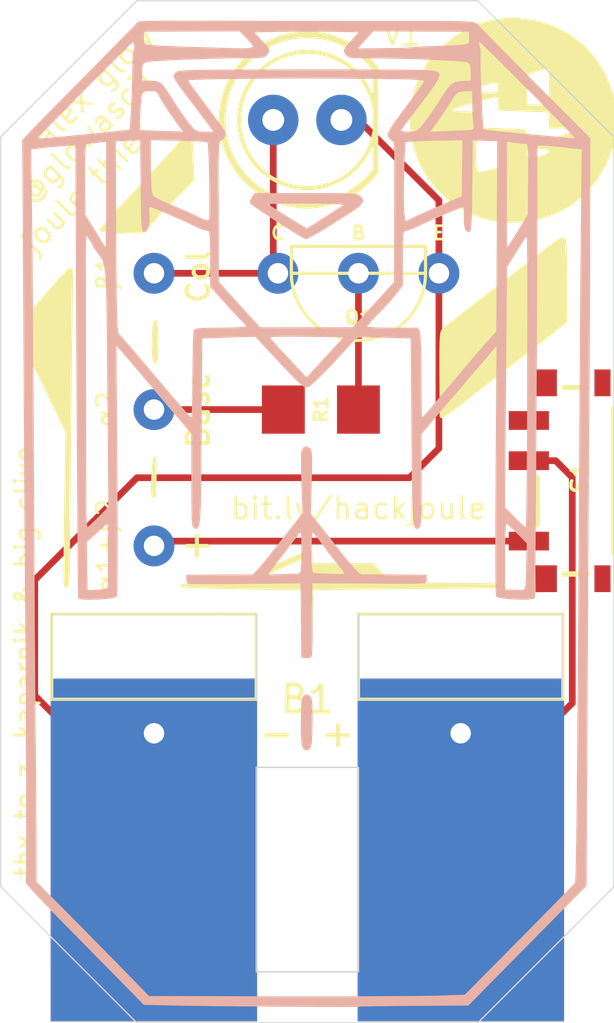
<source format=kicad_pcb>
(kicad_pcb (version 20171130) (host pcbnew "(5.1.5-0-10_14)")

  (general
    (thickness 1.6)
    (drawings 28)
    (tracks 23)
    (zones 0)
    (modules 9)
    (nets 8)
  )

  (page A4)
  (layers
    (0 F.Cu signal hide)
    (31 B.Cu signal)
    (32 B.Adhes user)
    (33 F.Adhes user)
    (34 B.Paste user)
    (35 F.Paste user)
    (36 B.SilkS user hide)
    (37 F.SilkS user)
    (38 B.Mask user)
    (39 F.Mask user)
    (40 Dwgs.User user)
    (41 Cmts.User user)
    (42 Eco1.User user)
    (43 Eco2.User user)
    (44 Edge.Cuts user)
    (45 Margin user)
    (46 B.CrtYd user)
    (47 F.CrtYd user)
    (48 B.Fab user)
    (49 F.Fab user)
  )

  (setup
    (last_trace_width 0.25)
    (trace_clearance 0.2)
    (zone_clearance 0.508)
    (zone_45_only no)
    (trace_min 0.2)
    (via_size 0.8)
    (via_drill 0.4)
    (via_min_size 0.4)
    (via_min_drill 0.3)
    (uvia_size 0.3)
    (uvia_drill 0.1)
    (uvias_allowed no)
    (uvia_min_size 0.2)
    (uvia_min_drill 0.1)
    (edge_width 0.05)
    (segment_width 0.2)
    (pcb_text_width 0.3)
    (pcb_text_size 1.5 1.5)
    (mod_edge_width 0.12)
    (mod_text_size 1 1)
    (mod_text_width 0.15)
    (pad_size 1.524 1.524)
    (pad_drill 0.762)
    (pad_to_mask_clearance 0.051)
    (solder_mask_min_width 0.25)
    (aux_axis_origin 0 0)
    (visible_elements FFFFFF7F)
    (pcbplotparams
      (layerselection 0x010fc_ffffffff)
      (usegerberextensions false)
      (usegerberattributes false)
      (usegerberadvancedattributes false)
      (creategerberjobfile false)
      (excludeedgelayer true)
      (linewidth 0.100000)
      (plotframeref false)
      (viasonmask false)
      (mode 1)
      (useauxorigin false)
      (hpglpennumber 1)
      (hpglpenspeed 20)
      (hpglpendiameter 15.000000)
      (psnegative false)
      (psa4output false)
      (plotreference true)
      (plotvalue true)
      (plotinvisibletext false)
      (padsonsilk false)
      (subtractmaskfromsilk false)
      (outputformat 1)
      (mirror false)
      (drillshape 1)
      (scaleselection 1)
      (outputdirectory ""))
  )

  (net 0 "")
  (net 1 "Net-(D1-PadA)")
  (net 2 "Net-(L1-Pad1)")
  (net 3 "Net-(L1-Pad2)")
  (net 4 "Net-(Q1-Pad2)")
  (net 5 "Net-(S1-Pad1)")
  (net 6 "Net-(B1-Pad1)")
  (net 7 "Net-(B1-Pad2)")

  (net_class Default "This is the default net class."
    (clearance 0.2)
    (trace_width 0.25)
    (via_dia 0.8)
    (via_drill 0.4)
    (uvia_dia 0.3)
    (uvia_drill 0.1)
    (add_net "Net-(B1-Pad1)")
    (add_net "Net-(B1-Pad2)")
    (add_net "Net-(D1-PadA)")
    (add_net "Net-(L1-Pad1)")
    (add_net "Net-(L1-Pad2)")
    (add_net "Net-(Q1-Pad2)")
    (add_net "Net-(S1-Pad1)")
  )

  (module alexglow-footprints:JTsf380-2 (layer F.Cu) (tedit 0) (tstamp 6246014A)
    (at 143.637 95.631)
    (fp_text reference G*** (at 0 0) (layer F.SilkS) hide
      (effects (font (size 1.524 1.524) (thickness 0.3)))
    )
    (fp_text value LOGO (at 0.75 0) (layer F.SilkS) hide
      (effects (font (size 1.524 1.524) (thickness 0.3)))
    )
    (fp_poly (pts (xy 0.007061 3.580447) (xy 0.007814 3.580882) (xy 0.047665 3.666212) (xy 0.066595 3.826162)
      (xy 0.066842 3.847366) (xy 0.066842 4.077369) (xy 2.32361 4.077369) (xy 2.632295 4.394869)
      (xy 2.789462 4.56355) (xy 2.90065 4.696296) (xy 2.941016 4.7625) (xy 3.005227 4.774686)
      (xy 3.187287 4.785803) (xy 3.47136 4.795478) (xy 3.841614 4.80334) (xy 4.282213 4.809018)
      (xy 4.777323 4.812139) (xy 5.076055 4.812632) (xy 5.7637 4.814763) (xy 6.319359 4.82119)
      (xy 6.744664 4.831968) (xy 7.041245 4.847149) (xy 7.210734 4.866787) (xy 7.255117 4.883921)
      (xy 7.279425 4.967575) (xy 7.273082 4.981304) (xy 7.203222 4.986736) (xy 7.012067 4.992745)
      (xy 6.712002 4.999152) (xy 6.315416 5.005776) (xy 5.834694 5.012438) (xy 5.282223 5.018959)
      (xy 4.67039 5.025158) (xy 4.011582 5.030855) (xy 3.689588 5.033306) (xy 3.012826 5.038788)
      (xy 2.377087 5.045006) (xy 1.794777 5.051766) (xy 1.278303 5.058872) (xy 0.840074 5.066129)
      (xy 0.492494 5.073343) (xy 0.247973 5.080318) (xy 0.118916 5.086859) (xy 0.101686 5.089718)
      (xy 0.091166 5.163382) (xy 0.081283 5.348123) (xy 0.072786 5.621334) (xy 0.066421 5.960408)
      (xy 0.063488 6.245355) (xy 0.058926 6.624719) (xy 0.051181 6.960646) (xy 0.041105 7.2289)
      (xy 0.029549 7.405247) (xy 0.020745 7.461824) (xy -0.056022 7.546779) (xy -0.143023 7.516437)
      (xy -0.17029 7.4687) (xy -0.179886 7.376879) (xy -0.186303 7.174908) (xy -0.189266 6.886288)
      (xy -0.188503 6.534523) (xy -0.184903 6.21541) (xy -0.167106 5.046579) (xy -0.601579 5.063617)
      (xy -0.782772 5.066584) (xy -1.075508 5.066387) (xy -1.45769 5.063268) (xy -1.907221 5.057466)
      (xy -2.402004 5.049222) (xy -2.919941 5.038778) (xy -2.957763 5.037943) (xy -3.531324 5.024131)
      (xy -3.983916 5.010478) (xy -4.32825 4.996098) (xy -4.577038 4.980102) (xy -4.742989 4.961606)
      (xy -4.838816 4.939723) (xy -4.87723 4.913566) (xy -4.879474 4.903932) (xy -4.854588 4.867778)
      (xy -4.768528 4.842124) (xy -4.604188 4.825428) (xy -4.344464 4.816149) (xy -3.972253 4.812746)
      (xy -3.866264 4.812632) (xy -2.853054 4.812632) (xy -2.80636 4.791356) (xy -2.20203 4.791356)
      (xy -2.149539 4.798753) (xy -1.985297 4.802916) (xy -1.731204 4.803706) (xy -1.409157 4.800984)
      (xy -1.199399 4.797732) (xy -0.167106 4.779211) (xy -0.147215 4.322513) (xy -0.138761 4.082688)
      (xy -0.145441 3.950132) (xy -0.175836 3.898592) (xy -0.238525 3.901812) (xy -0.28057 3.914453)
      (xy -0.384781 3.955698) (xy -0.577676 4.03899) (xy -0.832951 4.152326) (xy -1.124305 4.283703)
      (xy -1.425435 4.421116) (xy -1.71004 4.552563) (xy -1.951816 4.66604) (xy -2.124463 4.749543)
      (xy -2.201678 4.791068) (xy -2.20203 4.791356) (xy -2.80636 4.791356) (xy -2.278764 4.55096)
      (xy -1.677396 4.277682) (xy -1.186845 4.056576) (xy -0.796795 3.883266) (xy -0.496927 3.753374)
      (xy -0.276925 3.662523) (xy -0.126471 3.606337) (xy -0.035248 3.580437) (xy 0.007061 3.580447)) (layer F.SilkS) (width 0.01))
    (fp_poly (pts (xy -8.869068 -6.909067) (xy -8.839076 -6.851195) (xy -8.848186 -6.829986) (xy -8.853237 -6.770217)
      (xy -8.858903 -6.605338) (xy -8.865211 -6.333143) (xy -8.872188 -5.951429) (xy -8.879861 -5.45799)
      (xy -8.888258 -4.850621) (xy -8.897404 -4.127119) (xy -8.907327 -3.285278) (xy -8.918053 -2.322893)
      (xy -8.92961 -1.23776) (xy -8.942024 -0.027675) (xy -8.955323 1.309568) (xy -8.969533 2.776174)
      (xy -8.984037 4.30575) (xy -8.995383 4.662842) (xy -9.021329 4.89216) (xy -9.061581 4.991269)
      (xy -9.067691 4.99441) (xy -9.168936 4.971835) (xy -9.189803 4.947912) (xy -9.198201 4.867644)
      (xy -9.203867 4.667926) (xy -9.206817 4.362966) (xy -9.207067 3.966969) (xy -9.204634 3.494143)
      (xy -9.199535 2.958693) (xy -9.191785 2.374826) (xy -9.186434 2.040236) (xy -9.138379 -0.795138)
      (xy -9.342184 -1.216385) (xy -9.452292 -1.444267) (xy -9.600793 -1.752013) (xy -9.768104 -2.099027)
      (xy -9.93225 -2.439736) (xy -10.318512 -3.241842) (xy -10.335306 -4.335046) (xy -10.352101 -5.428251)
      (xy -9.762229 -6.108669) (xy -9.535441 -6.367826) (xy -9.332468 -6.595269) (xy -9.173095 -6.769144)
      (xy -9.077107 -6.867595) (xy -9.067527 -6.876087) (xy -8.962715 -6.921042) (xy -8.869068 -6.909067)) (layer F.SilkS) (width 0.01))
    (fp_poly (pts (xy -5.795055 0.103503) (xy -5.770042 0.203162) (xy -5.755236 0.398247) (xy -5.748939 0.704616)
      (xy -5.748421 0.863378) (xy -5.753969 1.232507) (xy -5.77002 1.495757) (xy -5.795691 1.642754)
      (xy -5.817361 1.671053) (xy -5.900786 1.618215) (xy -5.920097 1.582982) (xy -5.941404 1.455063)
      (xy -5.948954 1.243843) (xy -5.944709 0.982671) (xy -5.930627 0.7049) (xy -5.908669 0.443879)
      (xy -5.880795 0.232961) (xy -5.848964 0.105496) (xy -5.831974 0.083411) (xy -5.795055 0.103503)) (layer F.SilkS) (width 0.01))
    (fp_poly (pts (xy 9.451039 -8.060927) (xy 9.495613 -8.016813) (xy 9.513209 -7.924482) (xy 9.528896 -7.718934)
      (xy 9.541888 -7.42063) (xy 9.551395 -7.050032) (xy 9.556632 -6.627603) (xy 9.557397 -6.411497)
      (xy 9.558421 -4.902204) (xy 8.438816 -4.030076) (xy 8.084002 -3.753893) (xy 7.745287 -3.490611)
      (xy 7.443974 -3.256762) (xy 7.201366 -3.068877) (xy 7.038767 -2.943487) (xy 7.018421 -2.927896)
      (xy 6.860799 -2.806407) (xy 6.624264 -2.622915) (xy 6.335121 -2.397882) (xy 6.019678 -2.151769)
      (xy 5.848684 -2.018104) (xy 5.483458 -1.736355) (xy 5.209238 -1.534946) (xy 5.015366 -1.407405)
      (xy 4.891187 -1.347259) (xy 4.826042 -1.348039) (xy 4.809342 -1.386973) (xy 4.808164 -1.465384)
      (xy 4.806647 -1.658151) (xy 4.804899 -1.945946) (xy 4.803034 -2.309441) (xy 4.801162 -2.729309)
      (xy 4.800094 -2.99679) (xy 4.79887 -3.495631) (xy 4.800317 -3.877999) (xy 4.805669 -4.161097)
      (xy 4.816155 -4.362127) (xy 4.833007 -4.498294) (xy 4.857457 -4.5868) (xy 4.890735 -4.644848)
      (xy 4.920357 -4.676967) (xy 5.001882 -4.745216) (xy 5.176295 -4.884508) (xy 5.430405 -5.084532)
      (xy 5.75102 -5.334977) (xy 6.12495 -5.625532) (xy 6.539003 -5.945885) (xy 6.884737 -6.212435)
      (xy 7.326303 -6.552542) (xy 7.742902 -6.873793) (xy 8.120445 -7.165297) (xy 8.444842 -7.416159)
      (xy 8.702002 -7.615487) (xy 8.877838 -7.752385) (xy 8.947847 -7.807521) (xy 9.18382 -7.982152)
      (xy 9.346039 -8.064515) (xy 9.451039 -8.060927)) (layer F.SilkS) (width 0.01))
    (fp_poly (pts (xy -5.739763 -4.945338) (xy -5.705182 -4.772887) (xy -5.686186 -4.475021) (xy -5.681579 -4.140265)
      (xy -5.685856 -3.773678) (xy -5.700803 -3.528289) (xy -5.729599 -3.391824) (xy -5.775421 -3.352008)
      (xy -5.841446 -3.396566) (xy -5.866566 -3.425657) (xy -5.894071 -3.526114) (xy -5.912237 -3.723846)
      (xy -5.921235 -3.982785) (xy -5.921235 -4.266861) (xy -5.912408 -4.540004) (xy -5.894925 -4.766145)
      (xy -5.868957 -4.909213) (xy -5.859441 -4.930695) (xy -5.79087 -4.996549) (xy -5.739763 -4.945338)) (layer F.SilkS) (width 0.01))
    (fp_poly (pts (xy -4.423389 -11.898028) (xy -4.407728 -11.814342) (xy -4.403037 -11.687069) (xy -4.39339 -11.461432)
      (xy -4.380327 -11.172592) (xy -4.369383 -10.939178) (xy -4.334889 -10.214409) (xy -5.032712 -9.502073)
      (xy -5.303635 -9.223576) (xy -5.563404 -8.953085) (xy -5.786868 -8.71702) (xy -5.948879 -8.541802)
      (xy -5.981204 -8.505657) (xy -6.231872 -8.221579) (xy -6.942647 -8.229332) (xy -7.248368 -8.235327)
      (xy -7.512294 -8.245389) (xy -7.700629 -8.257953) (xy -7.770395 -8.267655) (xy -7.869388 -8.315784)
      (xy -7.887369 -8.345693) (xy -7.844024 -8.408346) (xy -7.724358 -8.55042) (xy -7.543919 -8.754223)
      (xy -7.318257 -9.002064) (xy -7.168816 -9.163265) (xy -6.587029 -9.787844) (xy -6.079292 -10.33513)
      (xy -5.648702 -10.801745) (xy -5.298353 -11.184312) (xy -5.031341 -11.479453) (xy -4.850764 -11.68379)
      (xy -4.769591 -11.780921) (xy -4.625158 -11.920464) (xy -4.501868 -11.960229) (xy -4.423389 -11.898028)) (layer F.SilkS) (width 0.01))
  )

  (module 1206 (layer F.Cu) (tedit 6245EEB7) (tstamp 62440317)
    (at 144.01546 93.98 180)
    (descr "GENERIC 3216 (1206) PACKAGE")
    (tags "GENERIC 3216 (1206) PACKAGE")
    (path /6242A4E0)
    (attr smd)
    (fp_text reference R1 (at -0.00254 0 270) (layer F.SilkS)
      (effects (font (size 0.5 0.5) (thickness 0.1)))
    )
    (fp_text value RESISTOR1206 (at 0 1.524 180) (layer F.SilkS) hide
      (effects (font (size 0.6096 0.6096) (thickness 0.127)))
    )
    (fp_line (start -1.7018 0.8509) (end -0.94996 0.8509) (layer Dwgs.User) (width 0.06604))
    (fp_line (start -0.94996 0.8509) (end -0.94996 -0.84836) (layer Dwgs.User) (width 0.06604))
    (fp_line (start -1.7018 -0.84836) (end -0.94996 -0.84836) (layer Dwgs.User) (width 0.06604))
    (fp_line (start -1.7018 0.8509) (end -1.7018 -0.84836) (layer Dwgs.User) (width 0.06604))
    (fp_line (start 0.94996 0.84836) (end 1.7018 0.84836) (layer Dwgs.User) (width 0.06604))
    (fp_line (start 1.7018 0.84836) (end 1.7018 -0.8509) (layer Dwgs.User) (width 0.06604))
    (fp_line (start 0.94996 -0.8509) (end 1.7018 -0.8509) (layer Dwgs.User) (width 0.06604))
    (fp_line (start 0.94996 0.84836) (end 0.94996 -0.8509) (layer Dwgs.User) (width 0.06604))
    (fp_line (start -2.39776 -1.09982) (end 2.39776 -1.09982) (layer F.CrtYd) (width 0.0508))
    (fp_line (start 2.39776 1.09982) (end -2.39776 1.09982) (layer F.CrtYd) (width 0.0508))
    (fp_line (start -2.39776 1.09982) (end -2.39776 -1.09982) (layer F.CrtYd) (width 0.0508))
    (fp_line (start 2.39776 -1.09982) (end 2.39776 1.09982) (layer F.CrtYd) (width 0.0508))
    (fp_line (start -0.96266 -0.78486) (end 0.96266 -0.78486) (layer Dwgs.User) (width 0.1016))
    (fp_line (start -0.96266 0.78486) (end 0.96266 0.78486) (layer Dwgs.User) (width 0.1016))
    (pad 1 smd rect (at -1.39954 0 180) (size 1.59766 1.79832) (layers F.Cu F.Paste F.Mask)
      (net 4 "Net-(Q1-Pad2)") (solder_mask_margin 0.1016))
    (pad 2 smd rect (at 1.39954 0 180) (size 1.59766 1.79832) (layers F.Cu F.Paste F.Mask)
      (net 3 "Net-(L1-Pad2)") (solder_mask_margin 0.1016))
  )

  (module alexglow-footprints:hlogoTiny (layer F.Cu) (tedit 600E2129) (tstamp 624516DF)
    (at 151.13 83.185)
    (fp_text reference " " (at 0 0) (layer F.SilkS) hide
      (effects (font (size 1.524 1.524) (thickness 0.3)))
    )
    (fp_text value " " (at 0.75 0) (layer F.SilkS) hide
      (effects (font (size 1.524 1.524) (thickness 0.3)))
    )
    (fp_poly (pts (xy 0.96307 -3.698113) (xy 1.600978 -3.489318) (xy 2.182032 -3.178598) (xy 2.69637 -2.775715)
      (xy 3.134135 -2.290431) (xy 3.485466 -1.732507) (xy 3.740505 -1.111707) (xy 3.889393 -0.437792)
      (xy 3.91433 -0.194914) (xy 3.898804 0.440859) (xy 3.765829 1.070276) (xy 3.524451 1.675618)
      (xy 3.183711 2.239169) (xy 2.752655 2.74321) (xy 2.240323 3.170025) (xy 2.17371 3.215279)
      (xy 1.649073 3.495858) (xy 1.054974 3.697845) (xy 0.427584 3.813151) (xy -0.196925 3.833688)
      (xy -0.478527 3.808387) (xy -1.145466 3.658181) (xy -1.76114 3.399154) (xy -2.315181 3.04246)
      (xy -2.797226 2.599249) (xy -3.196906 2.080674) (xy -3.503857 1.497885) (xy -3.586268 1.240831)
      (xy -1.3335 1.240831) (xy -1.327858 1.566507) (xy -1.308084 1.782011) (xy -1.26991 1.903784)
      (xy -1.209067 1.948271) (xy -1.151356 1.942421) (xy -1.027018 1.908362) (xy -0.841359 1.859298)
      (xy -0.775533 1.842201) (xy -0.503316 1.771843) (xy -0.520282 1.227666) (xy 0.5715 1.227666)
      (xy 0.600035 1.390403) (xy 0.687652 1.442385) (xy 0.758683 1.426277) (xy 0.892057 1.386678)
      (xy 1.04775 1.351867) (xy 1.253105 1.28745) (xy 1.375135 1.196004) (xy 1.397 1.135224)
      (xy 1.339082 1.106846) (xy 1.187544 1.086776) (xy 0.98425 1.0795) (xy 0.76212 1.082617)
      (xy 0.638367 1.098811) (xy 0.584401 1.138346) (xy 0.57163 1.211485) (xy 0.5715 1.227666)
      (xy -0.520282 1.227666) (xy -0.521533 1.187546) (xy -0.53975 0.60325) (xy -0.846309 0.583694)
      (xy -1.060921 0.58099) (xy -1.20167 0.619346) (xy -1.283819 0.719348) (xy -1.322631 0.901582)
      (xy -1.333368 1.186635) (xy -1.3335 1.240831) (xy -3.586268 1.240831) (xy -3.707712 0.862034)
      (xy -3.795264 0.240277) (xy -3.795472 -0.315711) (xy -3.787801 -0.367228) (xy -2.2225 -0.367228)
      (xy -2.164373 -0.342718) (xy -2.011402 -0.324958) (xy -1.795706 -0.31754) (xy -1.778 -0.3175)
      (xy -1.516426 -0.308554) (xy -1.370037 -0.280463) (xy -1.32803 -0.238125) (xy -1.321467 -0.123545)
      (xy -1.312876 0.048198) (xy -1.312155 0.0635) (xy -1.30175 0.28575) (xy 0.53975 0.34925)
      (xy 0.559276 0.619125) (xy 0.584913 0.784031) (xy 0.626284 0.879493) (xy 0.644132 0.889)
      (xy 0.732795 0.872874) (xy 0.909176 0.830125) (xy 1.138927 0.769189) (xy 1.196106 0.753379)
      (xy 1.48512 0.673074) (xy 1.778253 0.592012) (xy 2.01285 0.527518) (xy 2.016125 0.526623)
      (xy 2.200326 0.466378) (xy 2.321399 0.407816) (xy 2.3495 0.376494) (xy 2.291214 0.348204)
      (xy 2.137116 0.32732) (xy 1.918344 0.317728) (xy 1.876729 0.3175) (xy 1.403958 0.3175)
      (xy 1.36525 -0.28575) (xy -0.47625 -0.34925) (xy -0.508 -0.609254) (xy -0.53975 -0.869257)
      (xy -1.381125 -0.643106) (xy -1.686833 -0.557519) (xy -1.942925 -0.479312) (xy -2.127131 -0.415788)
      (xy -2.217177 -0.37425) (xy -2.2225 -0.367228) (xy -3.787801 -0.367228) (xy -3.720224 -0.821045)
      (xy -3.632552 -1.09612) (xy -1.309525 -1.09612) (xy -1.210846 -1.044669) (xy -0.990353 -1.018056)
      (xy -0.885253 -1.016) (xy -0.67566 -1.018568) (xy -0.562984 -1.036397) (xy -0.517143 -1.084678)
      (xy -0.515325 -1.103475) (xy 0.5715 -1.103475) (xy 0.5715 -0.5715) (xy 1.397 -0.5715)
      (xy 1.397 -1.23825) (xy 1.393862 -1.511962) (xy 1.385378 -1.731219) (xy 1.372939 -1.86979)
      (xy 1.361619 -1.905) (xy 1.242834 -1.886719) (xy 1.061954 -1.841553) (xy 0.868727 -1.784021)
      (xy 0.712898 -1.728645) (xy 0.650875 -1.69756) (xy 0.604402 -1.591472) (xy 0.577918 -1.364094)
      (xy 0.5715 -1.103475) (xy -0.515325 -1.103475) (xy -0.508055 -1.178601) (xy -0.508 -1.2065)
      (xy -0.509841 -1.321659) (xy -0.534892 -1.377726) (xy -0.612444 -1.384062) (xy -0.77179 -1.350028)
      (xy -0.876756 -1.324336) (xy -1.142273 -1.24347) (xy -1.286599 -1.164892) (xy -1.309525 -1.09612)
      (xy -3.632552 -1.09612) (xy -3.559715 -1.324646) (xy -3.416173 -1.651) (xy -3.255506 -1.958811)
      (xy -3.083537 -2.217173) (xy -2.866492 -2.472412) (xy -2.671818 -2.671886) (xy -2.127245 -3.131612)
      (xy -1.54339 -3.470844) (xy -0.916452 -3.691027) (xy -0.242632 -3.793608) (xy 0.278165 -3.795221)
      (xy 0.96307 -3.698113)) (layer F.SilkS) (width 0.01))
  )

  (module LED:LED_5MM (layer F.Cu) (tedit 62450D70) (tstamp 624402E3)
    (at 143.51 83.185)
    (descr "LED 5MM PTH")
    (tags "LED 5MM PTH")
    (path /6243C337)
    (attr virtual)
    (fp_text reference D1 (at 0 -3.81) (layer F.SilkS) hide
      (effects (font (size 0.6096 0.6096) (thickness 0.127)))
    )
    (fp_text value LED5MM (at 0 3.81) (layer F.SilkS) hide
      (effects (font (size 0.6096 0.6096) (thickness 0.127)))
    )
    (fp_line (start 2.54 1.905) (end 2.54 -1.905) (layer F.SilkS) (width 0.2032))
    (fp_line (start 2.54 1.905) (end 2.54 -1.905) (layer F.SilkS) (width 0.2032))
    (fp_line (start 2.54 1.905) (end 2.54 -1.905) (layer Dwgs.User) (width 0.2032))
    (fp_circle (center 0 0) (end 0 -2.54) (layer F.SilkS) (width 0.1524))
    (fp_arc (start 0 0) (end 2.54 1.905) (angle 286.2) (layer F.SilkS) (width 0.254))
    (pad A thru_hole circle (at -1.27 0) (size 1.8796 1.8796) (drill 0.8128) (layers *.Cu *.Mask)
      (net 1 "Net-(D1-PadA)") (solder_mask_margin 0.1016))
    (pad K thru_hole circle (at 1.27 0) (size 1.8796 1.8796) (drill 0.8128) (layers *.Cu *.Mask)
      (net 7 "Net-(B1-Pad2)") (solder_mask_margin 0.1016))
  )

  (module alexglow-footprints:jewel-silk (layer F.Cu) (tedit 62450CD7) (tstamp 624515A4)
    (at 143.51 98.425)
    (fp_text reference G*** (at -0.635 24.13 180) (layer B.SilkS) hide
      (effects (font (size 1.524 1.524) (thickness 0.3)) (justify mirror))
    )
    (fp_text value LOGO (at -0.75 20.955 180) (layer B.SilkS) hide
      (effects (font (size 1.524 1.524) (thickness 0.3)) (justify mirror))
    )
    (fp_poly (pts (xy -5.206568 -18.931924) (xy -5.535835 -18.930335) (xy -5.793059 -18.927698) (xy -5.987399 -18.923857)
      (xy -6.128014 -18.918657) (xy -6.224065 -18.911946) (xy -6.284709 -18.903567) (xy -6.319107 -18.893366)
      (xy -6.336419 -18.881188) (xy -6.345802 -18.86688) (xy -6.350425 -18.858813) (xy -6.401403 -18.802885)
      (xy -6.533042 -18.665995) (xy -6.736432 -18.457213) (xy -7.002663 -18.18561) (xy -7.322825 -17.860257)
      (xy -7.688006 -17.490225) (xy -8.089299 -17.084585) (xy -8.511919 -16.658325) (xy -8.938357 -16.227725)
      (xy -9.335786 -15.824591) (xy -9.695541 -15.457843) (xy -10.008955 -15.136403) (xy -10.267363 -14.86919)
      (xy -10.462101 -14.665125) (xy -10.584502 -14.533129) (xy -10.625901 -14.482121) (xy -10.625898 -14.482109)
      (xy -10.624275 -14.415315) (xy -10.622081 -14.229203) (xy -10.619366 -13.931454) (xy -10.61618 -13.529749)
      (xy -10.612571 -13.031769) (xy -10.60859 -12.445194) (xy -10.604286 -11.777705) (xy -10.599708 -11.036984)
      (xy -10.594907 -10.230711) (xy -10.589932 -9.366566) (xy -10.584832 -8.452231) (xy -10.579658 -7.495386)
      (xy -10.574813 -6.57225) (xy -10.569285 -5.526618) (xy -10.563523 -4.479571) (xy -10.557599 -3.442297)
      (xy -10.551588 -2.425985) (xy -10.545561 -1.441821) (xy -10.539591 -0.500994) (xy -10.533752 0.385309)
      (xy -10.528117 1.2059) (xy -10.522758 1.949592) (xy -10.517748 2.605196) (xy -10.513161 3.161526)
      (xy -10.509069 3.607393) (xy -10.507309 3.77825) (xy -10.503322 4.195636) (xy -10.499505 4.68834)
      (xy -10.495887 5.244413) (xy -10.492496 5.851908) (xy -10.489361 6.498878) (xy -10.486511 7.173375)
      (xy -10.483975 7.863452) (xy -10.481781 8.557162) (xy -10.47996 9.242557) (xy -10.478539 9.90769)
      (xy -10.477548 10.540614) (xy -10.477015 11.129381) (xy -10.47697 11.662044) (xy -10.47744 12.126655)
      (xy -10.478456 12.511268) (xy -10.480046 12.803935) (xy -10.482238 12.992708) (xy -10.484855 13.064633)
      (xy -10.487108 13.167192) (xy -10.485019 13.199321) (xy -10.44002 13.264191) (xy -10.316 13.407383)
      (xy -10.123723 13.617399) (xy -9.873955 13.882741) (xy -9.57746 14.191912) (xy -9.245003 14.533413)
      (xy -9.058162 14.723321) (xy -8.663814 15.122847) (xy -8.256549 15.535735) (xy -7.856236 15.941819)
      (xy -7.482746 16.320934) (xy -7.155952 16.652917) (xy -6.895723 16.917603) (xy -6.865221 16.948662)
      (xy -6.091618 17.736575) (xy -5.284184 17.75647) (xy -4.980995 17.762887) (xy -4.595308 17.769385)
      (xy -4.140738 17.775861) (xy -3.630899 17.782215) (xy -3.079404 17.788342) (xy -2.499868 17.794142)
      (xy -1.905905 17.799512) (xy -1.311129 17.80435) (xy -0.729154 17.808554) (xy -0.173593 17.812021)
      (xy 0.341939 17.814649) (xy 0.803828 17.816336) (xy 1.19846 17.816981) (xy 1.512222 17.81648)
      (xy 1.731498 17.814732) (xy 1.842676 17.811634) (xy 1.853785 17.810048) (xy 1.920481 17.80416)
      (xy 2.099035 17.798103) (xy 2.374307 17.792129) (xy 2.731157 17.786493) (xy 3.154444 17.781447)
      (xy 3.629028 17.777244) (xy 3.938728 17.775193) (xy 6.00075 17.763259) (xy 7.163936 16.581004)
      (xy 7.556908 16.181965) (xy 7.99364 15.739124) (xy 8.443396 15.283607) (xy 8.875438 14.846536)
      (xy 9.259032 14.459037) (xy 9.366123 14.351) (xy 10.405126 13.30325) (xy 10.445285 5.49275)
      (xy 10.450713 4.454723) (xy 10.456309 3.417575) (xy 10.462006 2.392316) (xy 10.467736 1.389957)
      (xy 10.473429 0.42151) (xy 10.479019 -0.502015) (xy 10.484437 -1.369607) (xy 10.489615 -2.170254)
      (xy 10.494484 -2.892946) (xy 10.498976 -3.526671) (xy 10.503025 -4.060418) (xy 10.50656 -4.483177)
      (xy 10.507977 -4.6355) (xy 10.512467 -5.152832) (xy 10.516968 -5.775162) (xy 10.521369 -6.480489)
      (xy 10.52556 -7.246811) (xy 10.529432 -8.052127) (xy 10.532873 -8.874434) (xy 10.535774 -9.691732)
      (xy 10.538023 -10.482019) (xy 10.538651 -10.755013) (xy 10.545904 -14.141801) (xy 10.230259 -14.141801)
      (xy 10.195335 -10.801526) (xy 10.189725 -10.230106) (xy 10.183649 -9.547654) (xy 10.17722 -8.770138)
      (xy 10.17055 -7.913524) (xy 10.163753 -6.993779) (xy 10.156941 -6.026871) (xy 10.150228 -5.028766)
      (xy 10.143726 -4.015431) (xy 10.137549 -3.002833) (xy 10.13181 -2.00694) (xy 10.127637 -1.23825)
      (xy 10.118056 0.52005) (xy 10.108409 2.170071) (xy 10.098707 3.710507) (xy 10.088965 5.140054)
      (xy 10.079196 6.457408) (xy 10.069414 7.661263) (xy 10.059631 8.750316) (xy 10.049862 9.723261)
      (xy 10.040119 10.578794) (xy 10.030416 11.31561) (xy 10.020766 11.932406) (xy 10.011183 12.427876)
      (xy 10.00168 12.800716) (xy 9.99227 13.049621) (xy 9.982968 13.173287) (xy 9.979743 13.186735)
      (xy 9.927649 13.245928) (xy 9.795197 13.385858) (xy 9.591524 13.597154) (xy 9.325767 13.870443)
      (xy 9.007062 14.196355) (xy 8.644546 14.565515) (xy 8.247355 14.968553) (xy 7.90575 15.314157)
      (xy 5.87375 17.36725) (xy 4.8895 17.400769) (xy 4.665362 17.406086) (xy 4.326662 17.410921)
      (xy 3.885837 17.415219) (xy 3.355325 17.418929) (xy 2.747563 17.421997) (xy 2.074989 17.42437)
      (xy 1.350039 17.425994) (xy 0.585151 17.426818) (xy -0.207237 17.426787) (xy -0.999226 17.425877)
      (xy -5.903703 17.417465) (xy -6.450801 16.852607) (xy -6.63034 16.668215) (xy -6.883707 16.40939)
      (xy -7.195361 16.091936) (xy -7.549761 15.731657) (xy -7.93137 15.344355) (xy -8.324646 14.945836)
      (xy -8.547199 14.720607) (xy -10.0965 13.153464) (xy -10.102268 11.132857) (xy -10.104503 10.559575)
      (xy -10.10791 9.957072) (xy -10.112243 9.356104) (xy -10.117253 8.787428) (xy -10.122693 8.281801)
      (xy -10.128315 7.869978) (xy -10.128762 7.84225) (xy -10.131768 7.612931) (xy -10.135283 7.266167)
      (xy -10.139243 6.811511) (xy -10.143585 6.258517) (xy -10.148248 5.616739) (xy -10.153168 4.895729)
      (xy -10.158283 4.105042) (xy -10.163531 3.254231) (xy -10.168848 2.352849) (xy -10.174173 1.41045)
      (xy -10.179442 0.436587) (xy -10.184594 -0.559185) (xy -10.18719 -1.0795) (xy -10.192508 -2.117806)
      (xy -10.198241 -3.162369) (xy -10.204305 -4.201337) (xy -10.210616 -5.222857) (xy -10.217088 -6.215079)
      (xy -10.223639 -7.166148) (xy -10.230183 -8.064214) (xy -10.236635 -8.897424) (xy -10.242911 -9.653924)
      (xy -10.248927 -10.321864) (xy -10.254598 -10.889391) (xy -10.259839 -11.344652) (xy -10.261039 -11.437019)
      (xy -10.297184 -14.142788) (xy -9.990467 -14.182022) (xy -9.774368 -14.20651) (xy -9.489217 -14.234667)
      (xy -9.192621 -14.26084) (xy -9.159875 -14.263508) (xy -8.636 -14.30576) (xy -8.636577 -14.026755)
      (xy -8.636727 -13.716051) (xy -8.636142 -13.306792) (xy -8.634874 -12.808014) (xy -8.632977 -12.228754)
      (xy -8.630503 -11.578051) (xy -8.627506 -10.864939) (xy -8.624038 -10.098458) (xy -8.620152 -9.287643)
      (xy -8.615902 -8.441532) (xy -8.61134 -7.569162) (xy -8.606519 -6.67957) (xy -8.601492 -5.781792)
      (xy -8.596312 -4.884866) (xy -8.591033 -3.997829) (xy -8.585706 -3.129719) (xy -8.580385 -2.289571)
      (xy -8.575123 -1.486423) (xy -8.569973 -0.729312) (xy -8.564988 -0.027275) (xy -8.560221 0.610651)
      (xy -8.555724 1.175429) (xy -8.551551 1.658021) (xy -8.547755 2.049392) (xy -8.544388 2.340503)
      (xy -8.541503 2.522318) (xy -8.53924 2.585638) (xy -8.468802 2.617629) (xy -8.303894 2.635108)
      (xy -8.076039 2.639504) (xy -7.816762 2.632248) (xy -7.557587 2.614771) (xy -7.33004 2.588504)
      (xy -7.165644 2.554876) (xy -7.098191 2.520244) (xy -7.090786 2.445871) (xy -7.084659 2.254671)
      (xy -7.07984 1.95681) (xy -7.076358 1.562456) (xy -7.074242 1.081774) (xy -7.074076 0.95332)
      (xy -7.427207 0.95332) (xy -7.42723 1.290269) (xy -7.429218 1.607259) (xy -7.433215 1.879798)
      (xy -7.439268 2.083396) (xy -7.447422 2.19356) (xy -7.450503 2.205111) (xy -7.525726 2.2353)
      (xy -7.687772 2.261454) (xy -7.836208 2.273802) (xy -8.1915 2.293284) (xy -8.199897 1.988017)
      (xy -8.204612 1.782023) (xy -8.209845 1.499724) (xy -8.214682 1.191807) (xy -8.216062 1.091192)
      (xy -8.223829 0.499634) (xy -7.850341 0.152057) (xy -7.674671 -0.006575) (xy -7.537472 -0.121363)
      (xy -7.462 -0.173149) (xy -7.454949 -0.173617) (xy -7.445839 -0.104242) (xy -7.438464 0.067631)
      (xy -7.432869 0.31751) (xy -7.429102 0.620903) (xy -7.427207 0.95332) (xy -7.074076 0.95332)
      (xy -7.073522 0.524931) (xy -7.074227 -0.097905) (xy -7.076386 -0.776569) (xy -7.076581 -0.81548)
      (xy -7.411641 -0.81548) (xy -7.783707 -0.43949) (xy -7.958506 -0.267144) (xy -8.099229 -0.136377)
      (xy -8.182654 -0.068481) (xy -8.193742 -0.0635) (xy -8.211059 -0.122342) (xy -8.226096 -0.28023)
      (xy -8.236664 -0.509214) (xy -8.239719 -0.650875) (xy -8.240763 -0.784544) (xy -8.24191 -1.032651)
      (xy -8.24314 -1.382637) (xy -8.244431 -1.821941) (xy -8.245763 -2.338003) (xy -8.247115 -2.918262)
      (xy -8.248466 -3.550156) (xy -8.249796 -4.221127) (xy -8.251083 -4.918612) (xy -8.252307 -5.630052)
      (xy -8.253448 -6.342886) (xy -8.254483 -7.044553) (xy -8.255393 -7.722493) (xy -8.256157 -8.364144)
      (xy -8.256753 -8.956947) (xy -8.257162 -9.488341) (xy -8.257362 -9.945764) (xy -8.257332 -10.316657)
      (xy -8.257053 -10.58846) (xy -8.256502 -10.74861) (xy -8.256448 -10.755939) (xy -8.255 -10.939128)
      (xy -8.128 -10.777673) (xy -8.039929 -10.652355) (xy -8.001092 -10.570664) (xy -8.001 -10.568729)
      (xy -7.965815 -10.4919) (xy -7.878573 -10.360932) (xy -7.851661 -10.324744) (xy -7.782956 -10.236134)
      (xy -7.723519 -10.15768) (xy -7.672606 -10.079972) (xy -7.629469 -9.993601) (xy -7.593363 -9.889156)
      (xy -7.56354 -9.757228) (xy -7.539255 -9.588407) (xy -7.519761 -9.373283) (xy -7.504312 -9.102446)
      (xy -7.492161 -8.766485) (xy -7.482563 -8.355992) (xy -7.474771 -7.861556) (xy -7.468038 -7.273766)
      (xy -7.461619 -6.583215) (xy -7.454766 -5.78049) (xy -7.450343 -5.26482) (xy -7.411641 -0.81548)
      (xy -7.076581 -0.81548) (xy -7.080028 -1.500894) (xy -7.084653 -2.19075) (xy -7.119371 -6.82625)
      (xy -6.949374 -6.63575) (xy -6.785553 -6.449626) (xy -6.578704 -6.209827) (xy -6.317806 -5.903449)
      (xy -5.991838 -5.517591) (xy -5.82847 -5.323486) (xy -5.588442 -5.038683) (xy -5.306441 -4.70505)
      (xy -5.022906 -4.370387) (xy -4.841875 -4.157231) (xy -4.318 -3.541242) (xy -4.318 -1.800378)
      (xy -4.31735 -1.280709) (xy -4.314854 -0.874002) (xy -4.309688 -0.566221) (xy -4.301029 -0.343332)
      (xy -4.288054 -0.191301) (xy -4.269939 -0.096092) (xy -4.245864 -0.043672) (xy -4.215003 -0.020006)
      (xy -4.213567 -0.01944) (xy -4.160979 -0.003677) (xy -4.116232 -0.006137) (xy -4.078633 -0.036127)
      (xy -4.047489 -0.102951) (xy -4.022108 -0.215917) (xy -4.001795 -0.384328) (xy -3.985858 -0.617492)
      (xy -3.973604 -0.924713) (xy -3.964339 -1.315298) (xy -3.957371 -1.798552) (xy -3.952006 -2.383781)
      (xy -3.947551 -3.08029) (xy -3.944649 -3.629963) (xy -3.941148 -4.279037) (xy -3.937426 -4.888739)
      (xy -3.933586 -5.447477) (xy -3.929726 -5.943662) (xy -3.925948 -6.365703) (xy -3.922351 -6.70201)
      (xy -3.919037 -6.940991) (xy -3.916105 -7.071057) (xy -3.914667 -7.091999) (xy -3.85031 -7.098016)
      (xy -3.680964 -7.106392) (xy -3.4286 -7.116233) (xy -3.115187 -7.126648) (xy -2.919428 -7.132448)
      (xy -1.93675 -7.160337) (xy -1.723277 -6.929794) (xy -1.313324 -6.487913) (xy -0.979941 -6.131029)
      (xy -0.714115 -5.850306) (xy -0.506834 -5.636908) (xy -0.349085 -5.481998) (xy -0.231857 -5.37674)
      (xy -0.146136 -5.312298) (xy -0.082911 -5.279836) (xy -0.033168 -5.270517) (xy -0.030912 -5.270501)
      (xy 0.057967 -5.302598) (xy 0.196103 -5.403978) (xy 0.392046 -5.582269) (xy 0.654347 -5.845098)
      (xy 0.89157 -6.093595) (xy 1.14867 -6.368039) (xy 1.379584 -6.6177) (xy 1.568315 -6.825033)
      (xy 1.698867 -6.972491) (xy 1.751676 -7.036977) (xy 1.792122 -7.082239) (xy 1.852831 -7.11358)
      (xy 1.953803 -7.132724) (xy 2.115038 -7.141395) (xy 2.356535 -7.141317) (xy 2.698295 -7.134216)
      (xy 2.837586 -7.130595) (xy 3.179059 -7.120811) (xy 3.471936 -7.111101) (xy 3.694506 -7.102292)
      (xy 3.82506 -7.095208) (xy 3.850236 -7.092088) (xy 3.852731 -7.02824) (xy 3.855914 -6.848937)
      (xy 3.859669 -6.565722) (xy 3.863878 -6.190137) (xy 3.868423 -5.733724) (xy 3.873187 -5.208027)
      (xy 3.878053 -4.624587) (xy 3.882903 -3.994947) (xy 3.885725 -3.604316) (xy 3.891432 -2.829311)
      (xy 3.897229 -2.171939) (xy 3.903818 -1.622838) (xy 3.911903 -1.172641) (xy 3.922188 -0.811985)
      (xy 3.935377 -0.531505) (xy 3.952173 -0.321837) (xy 3.973281 -0.173615) (xy 3.999403 -0.077477)
      (xy 4.031244 -0.024057) (xy 4.069507 -0.00399) (xy 4.114897 -0.007913) (xy 4.154982 -0.021326)
      (xy 4.184844 -0.045761) (xy 4.208171 -0.102685) (xy 4.225741 -0.20596) (xy 4.238333 -0.369452)
      (xy 4.246724 -0.607023) (xy 4.251694 -0.932538) (xy 4.25402 -1.35986) (xy 4.2545 -1.79404)
      (xy 4.2545 -3.528565) (xy 4.651375 -4.005317) (xy 4.8774 -4.274919) (xy 5.124527 -4.566705)
      (xy 5.347794 -4.827652) (xy 5.3975 -4.88519) (xy 5.602545 -5.122834) (xy 5.814426 -5.369955)
      (xy 5.989743 -5.575921) (xy 6.00075 -5.58894) (xy 6.254267 -5.888137) (xy 6.539168 -6.223033)
      (xy 6.809668 -6.539854) (xy 6.919046 -6.6675) (xy 7.055296 -6.82625) (xy 7.022628 -2.190487)
      (xy 7.017924 -1.433438) (xy 7.014674 -0.712802) (xy 7.012846 -0.038747) (xy 7.012409 0.578561)
      (xy 7.013335 1.128956) (xy 7.015592 1.602271) (xy 7.019151 1.98834) (xy 7.023981 2.276997)
      (xy 7.030052 2.458074) (xy 7.036628 2.52079) (xy 7.117812 2.558633) (xy 7.290377 2.590436)
      (xy 7.522776 2.614841) (xy 7.78346 2.630493) (xy 8.040881 2.636036) (xy 8.263489 2.630115)
      (xy 8.419737 2.611372) (xy 8.477456 2.582714) (xy 8.480857 2.511054) (xy 8.484723 2.32157)
      (xy 8.488996 2.023435) (xy 8.493618 1.625825) (xy 8.498533 1.137912) (xy 8.50368 0.568872)
      (xy 8.503921 0.53975) (xy 8.183984 0.53975) (xy 8.164774 1.23825) (xy 8.155372 1.628151)
      (xy 8.147253 1.908761) (xy 8.133384 2.097517) (xy 8.106735 2.211854) (xy 8.060275 2.269211)
      (xy 7.986973 2.287022) (xy 7.879798 2.282724) (xy 7.747 2.274303) (xy 7.366 2.259256)
      (xy 7.366 1.034378) (xy 7.368442 0.655672) (xy 7.375243 0.324543) (xy 7.38562 0.060346)
      (xy 7.398789 -0.117563) (xy 7.413965 -0.189829) (xy 7.415613 -0.1905) (xy 7.480366 -0.148193)
      (xy 7.608345 -0.035817) (xy 7.77511 0.124809) (xy 7.824605 0.174625) (xy 8.183984 0.53975)
      (xy 8.503921 0.53975) (xy 8.509004 -0.072121) (xy 8.514447 -0.775893) (xy 8.519949 -1.533269)
      (xy 8.525455 -2.335076) (xy 8.530905 -3.172139) (xy 8.536242 -4.035283) (xy 8.541408 -4.915335)
      (xy 8.546346 -5.80312) (xy 8.550997 -6.689463) (xy 8.555305 -7.565191) (xy 8.55921 -8.421129)
      (xy 8.56116 -8.889137) (xy 8.202367 -8.889137) (xy 8.202126 -8.327565) (xy 8.201491 -7.671259)
      (xy 8.20048 -6.912955) (xy 8.199116 -6.045388) (xy 8.197419 -5.061294) (xy 8.196569 -4.587875)
      (xy 8.194563 -3.842493) (xy 8.191384 -3.135403) (xy 8.187158 -2.47668) (xy 8.182009 -1.876393)
      (xy 8.176064 -1.344616) (xy 8.169448 -0.891418) (xy 8.162285 -0.526873) (xy 8.1547 -0.261051)
      (xy 8.14682 -0.104025) (xy 8.140325 -0.0635) (xy 8.076306 -0.105692) (xy 7.94853 -0.217849)
      (xy 7.78122 -0.378347) (xy 7.72799 -0.431627) (xy 7.363705 -0.799753) (xy 7.400661 -5.272724)
      (xy 7.437617 -9.745696) (xy 7.797251 -10.32999) (xy 7.944663 -10.564626) (xy 8.066973 -10.750168)
      (xy 8.149864 -10.865476) (xy 8.17841 -10.892757) (xy 8.183277 -10.87896) (xy 8.187538 -10.843077)
      (xy 8.191215 -10.777842) (xy 8.19433 -10.675992) (xy 8.196902 -10.530262) (xy 8.198954 -10.333386)
      (xy 8.200505 -10.078101) (xy 8.201577 -9.757141) (xy 8.202191 -9.363241) (xy 8.202367 -8.889137)
      (xy 8.56116 -8.889137) (xy 8.562656 -9.248103) (xy 8.565584 -10.036939) (xy 8.567936 -10.778462)
      (xy 8.569656 -11.463498) (xy 8.570684 -12.082872) (xy 8.570838 -12.239625) (xy 8.571933 -13.589849)
      (xy 8.237222 -13.589849) (xy 8.23516 -13.184814) (xy 8.233978 -13.033375) (xy 8.22325 -11.71575)
      (xy 7.84225 -11.096955) (xy 7.69029 -10.852426) (xy 7.563968 -10.653443) (xy 7.477119 -10.521509)
      (xy 7.443935 -10.47783) (xy 7.439819 -10.538707) (xy 7.436352 -10.711348) (xy 7.433629 -10.980521)
      (xy 7.431748 -11.330991) (xy 7.430806 -11.747525) (xy 7.4309 -12.214888) (xy 7.431345 -12.454181)
      (xy 7.436071 -14.430862) (xy 7.727399 -14.390931) (xy 7.929377 -14.366504) (xy 8.092104 -14.352388)
      (xy 8.131716 -14.351001) (xy 8.169519 -14.343141) (xy 8.197585 -14.308934) (xy 8.217151 -14.232442)
      (xy 8.229455 -14.097723) (xy 8.235733 -13.888839) (xy 8.237222 -13.589849) (xy 8.571933 -13.589849)
      (xy 8.5725 -14.2875) (xy 8.760725 -14.2875) (xy 8.904166 -14.280387) (xy 9.135779 -14.261268)
      (xy 9.417663 -14.233473) (xy 9.589604 -14.214651) (xy 10.230259 -14.141801) (xy 10.545904 -14.141801)
      (xy 10.546556 -14.44625) (xy 7.08025 -14.44625) (xy 7.063999 -10.900077) (xy 7.047747 -7.353903)
      (xy 6.832852 -7.121827) (xy 6.714245 -6.989007) (xy 6.523361 -6.769239) (xy 6.269235 -6.473135)
      (xy 5.9609 -6.111305) (xy 5.607391 -5.694358) (xy 5.217742 -5.232907) (xy 4.800987 -4.73756)
      (xy 4.677107 -4.589989) (xy 4.509261 -4.394458) (xy 4.373839 -4.245186) (xy 4.289586 -4.162391)
      (xy 4.271661 -4.152673) (xy 4.265817 -4.219334) (xy 4.260707 -4.395167) (xy 4.25656 -4.662342)
      (xy 4.253608 -5.003033) (xy 4.252082 -5.399411) (xy 4.25196 -5.67213) (xy 4.249777 -6.104701)
      (xy 4.242977 -6.502257) (xy 4.232286 -6.8447) (xy 4.218432 -7.111932) (xy 4.215418 -7.14375)
      (xy 1.35223 -7.14375) (xy 0.661755 -6.392443) (xy -0.028721 -5.641136) (xy -0.311458 -5.947943)
      (xy -0.491261 -6.14136) (xy -0.717197 -6.382035) (xy -0.94752 -6.625543) (xy -1.004312 -6.685245)
      (xy -1.178649 -6.874572) (xy -1.30914 -7.028538) (xy -1.378072 -7.125564) (xy -1.383257 -7.14691)
      (xy -1.313316 -7.155357) (xy -1.135384 -7.161338) (xy -0.86845 -7.164661) (xy -0.531504 -7.165132)
      (xy -0.143536 -7.162561) (xy 0.000072 -7.160915) (xy 1.35223 -7.14375) (xy 4.215418 -7.14375)
      (xy 4.202141 -7.283856) (xy 4.191924 -7.33182) (xy 4.130644 -7.493) (xy 3.176572 -7.493)
      (xy 2.844811 -7.496103) (xy 2.5632 -7.504651) (xy 2.353671 -7.517509) (xy 2.238153 -7.53354)
      (xy 2.2225 -7.54246) (xy 2.264894 -7.606012) (xy 2.37852 -7.735074) (xy 2.543048 -7.907153)
      (xy 2.638595 -8.002835) (xy 2.863733 -8.234124) (xy 3.088436 -8.479779) (xy 3.271665 -8.694605)
      (xy 3.305345 -8.737116) (xy 3.556 -9.060482) (xy 3.556 -10.086491) (xy 3.556708 -10.468474)
      (xy 3.560344 -10.741653) (xy 3.569183 -10.924225) (xy 3.585498 -11.034384) (xy 3.61156 -11.090326)
      (xy 3.649644 -11.110246) (xy 3.684169 -11.1125) (xy 3.812473 -11.140893) (xy 3.998649 -11.21339)
      (xy 4.112794 -11.26829) (xy 4.257771 -11.338415) (xy 4.473568 -11.436708) (xy 4.734441 -11.552131)
      (xy 5.014645 -11.673646) (xy 5.288437 -11.790215) (xy 5.530071 -11.8908) (xy 5.713803 -11.964362)
      (xy 5.813888 -11.999865) (xy 5.822894 -12.0015) (xy 5.834969 -11.94427) (xy 5.838516 -11.797255)
      (xy 5.835471 -11.668125) (xy 5.841577 -11.352624) (xy 5.88819 -11.149727) (xy 5.974214 -11.062996)
      (xy 6.022051 -11.062107) (xy 6.053979 -11.078658) (xy 6.079163 -11.123966) (xy 6.098605 -11.21208)
      (xy 6.113305 -11.357044) (xy 6.124263 -11.572905) (xy 6.132482 -11.873709) (xy 6.138961 -12.273503)
      (xy 6.144668 -12.782979) (xy 6.161585 -14.483522) (xy 6.620918 -14.464886) (xy 7.08025 -14.44625)
      (xy 10.546556 -14.44625) (xy 10.546647 -14.489046) (xy 5.785515 -14.489046) (xy 5.760439 -12.391774)
      (xy 5.277345 -12.187661) (xy 4.773222 -11.973055) (xy 4.379057 -11.801535) (xy 4.086724 -11.669434)
      (xy 3.8881 -11.573085) (xy 3.77825 -11.51096) (xy 3.703918 -11.470951) (xy 3.660823 -11.492581)
      (xy 3.633752 -11.598975) (xy 3.61329 -11.761676) (xy 3.602404 -11.936326) (xy 3.596135 -12.209257)
      (xy 3.594658 -12.551828) (xy 3.598147 -12.935397) (xy 3.604304 -13.23975) (xy 3.615176 -13.607599)
      (xy 3.627641 -13.929824) (xy 3.640656 -14.185644) (xy 3.653176 -14.354278) (xy 3.663307 -14.4145)
      (xy 3.733716 -14.426341) (xy 3.90936 -14.43886) (xy 4.168489 -14.450983) (xy 4.489351 -14.461634)
      (xy 4.739425 -14.467648) (xy 5.785515 -14.489046) (xy 10.546647 -14.489046) (xy 10.546793 -14.556776)
      (xy 10.533996 -14.569623) (xy 9.9695 -14.569623) (xy 9.91367 -14.551603) (xy 9.773057 -14.556187)
      (xy 9.699625 -14.564854) (xy 9.49142 -14.590174) (xy 9.220479 -14.618151) (xy 8.98525 -14.639321)
      (xy 8.7005 -14.6638) (xy 8.367945 -14.693931) (xy 8.00979 -14.727521) (xy 7.648241 -14.762376)
      (xy 7.305501 -14.796303) (xy 7.003777 -14.827108) (xy 6.765274 -14.852598) (xy 6.612196 -14.87058)
      (xy 6.565836 -14.878316) (xy 6.55689 -14.934252) (xy 6.21075 -14.934252) (xy 6.18266 -14.891094)
      (xy 6.091862 -14.866795) (xy 5.914218 -14.853084) (xy 5.73709 -14.845794) (xy 5.440161 -14.834111)
      (xy 5.140426 -14.821296) (xy 4.90269 -14.810119) (xy 4.902357 -14.810102) (xy 4.565964 -14.792954)
      (xy 4.817868 -15.127602) (xy 4.986429 -15.363499) (xy 5.174 -15.643847) (xy 5.319667 -15.875)
      (xy 5.45041 -16.084966) (xy 5.546935 -16.209493) (xy 5.639242 -16.272708) (xy 5.757335 -16.298738)
      (xy 5.8566 -16.306781) (xy 6.143638 -16.325811) (xy 6.154373 -15.735281) (xy 6.162839 -15.45795)
      (xy 6.176395 -15.215999) (xy 6.192692 -15.046845) (xy 6.200269 -15.004544) (xy 6.21075 -14.934252)
      (xy 6.55689 -14.934252) (xy 6.554338 -14.950203) (xy 6.540369 -15.126116) (xy 6.524856 -15.383126)
      (xy 6.508728 -15.698304) (xy 6.492915 -16.048722) (xy 6.478343 -16.411451) (xy 6.465943 -16.763563)
      (xy 6.458469 -17.019572) (xy 6.096 -17.019572) (xy 6.096 -16.7005) (xy 5.857875 -16.694171)
      (xy 5.649975 -16.680023) (xy 5.490809 -16.637778) (xy 5.355203 -16.548544) (xy 5.217977 -16.393426)
      (xy 5.053958 -16.153531) (xy 4.977817 -16.03375) (xy 4.794345 -15.750823) (xy 4.601285 -15.46702)
      (xy 4.42857 -15.225818) (xy 4.356908 -15.13188) (xy 4.210006 -14.953735) (xy 4.099305 -14.854397)
      (xy 3.985478 -14.810572) (xy 3.829201 -14.798965) (xy 3.794125 -14.798505) (xy 3.618264 -14.804523)
      (xy 3.509562 -14.823205) (xy 3.4925 -14.836646) (xy 3.528921 -14.900263) (xy 3.628071 -15.042998)
      (xy 3.774784 -15.243665) (xy 3.952875 -15.479746) (xy 4.291142 -15.922194) (xy 4.555329 -16.273623)
      (xy 4.747313 -16.544794) (xy 4.830242 -16.682262) (xy 4.363006 -16.682262) (xy 4.316545 -16.608546)
      (xy 4.206287 -16.451498) (xy 4.045159 -16.228991) (xy 3.846085 -15.958901) (xy 3.652057 -15.699091)
      (xy 3.400009 -15.35961) (xy 3.218435 -15.104142) (xy 3.098249 -14.917708) (xy 3.030365 -14.785331)
      (xy 3.0057 -14.692031) (xy 3.009732 -14.640114) (xy 3.076616 -14.514952) (xy 3.150702 -14.466773)
      (xy 3.190567 -14.444606) (xy 3.218425 -14.384273) (xy 3.23613 -14.267138) (xy 3.24554 -14.074564)
      (xy 3.248509 -13.787914) (xy 3.247588 -13.49375) (xy 3.24586 -13.153185) (xy 3.24414 -12.717549)
      (xy 3.242525 -12.218773) (xy 3.241112 -11.688786) (xy 3.240001 -11.159518) (xy 3.239543 -10.872623)
      (xy 3.237227 -9.203996) (xy 2.465986 -8.356638) (xy 1.694745 -7.509281) (xy -0.030532 -7.507943)
      (xy -1.755808 -7.506605) (xy -1.792264 -7.546659) (xy -2.286 -7.546659) (xy -2.34584 -7.528004)
      (xy -2.510746 -7.512168) (xy -2.758792 -7.500384) (xy -3.068052 -7.493884) (xy -3.240492 -7.493)
      (xy -3.616071 -7.491174) (xy -3.883231 -7.484467) (xy -4.060514 -7.471036) (xy -4.166466 -7.449038)
      (xy -4.219629 -7.41663) (xy -4.23283 -7.39438) (xy -4.243556 -7.305721) (xy -4.253731 -7.108525)
      (xy -4.262855 -6.821254) (xy -4.270425 -6.462371) (xy -4.275943 -6.050339) (xy -4.278462 -5.711674)
      (xy -4.282018 -5.279291) (xy -4.28794 -4.893129) (xy -4.295746 -4.569983) (xy -4.304951 -4.326649)
      (xy -4.315072 -4.179921) (xy -4.323606 -4.143419) (xy -4.378473 -4.195361) (xy -4.496059 -4.322444)
      (xy -4.656738 -4.503124) (xy -4.771883 -4.6355) (xy -4.94192 -4.833745) (xy -5.173381 -5.105279)
      (xy -5.445958 -5.426186) (xy -5.739341 -5.772554) (xy -6.03322 -6.120467) (xy -6.066135 -6.1595)
      (xy -6.330736 -6.471914) (xy -6.571244 -6.753166) (xy -6.774467 -6.988047) (xy -6.927211 -7.161347)
      (xy -7.016284 -7.257858) (xy -7.030064 -7.27075) (xy -7.048255 -7.310981) (xy -7.063998 -7.406459)
      (xy -7.077514 -7.565424) (xy -7.089025 -7.796119) (xy -7.098751 -8.106784) (xy -7.106915 -8.50566)
      (xy -7.113736 -9.00099) (xy -7.119436 -9.601013) (xy -7.124236 -10.313972) (xy -7.127206 -10.89025)
      (xy -7.134428 -12.442607) (xy -7.493 -12.442607) (xy -7.49372 -11.956414) (xy -7.495761 -11.514978)
      (xy -7.498944 -11.133231) (xy -7.503089 -10.826105) (xy -7.508017 -10.608531) (xy -7.513549 -10.495441)
      (xy -7.516532 -10.482792) (xy -7.557359 -10.54442) (xy -7.650099 -10.691336) (xy -7.780333 -10.900533)
      (xy -7.911161 -11.11244) (xy -8.282256 -11.71563) (xy -8.289377 -13.033315) (xy -8.289244 -13.534852)
      (xy -8.282623 -13.913439) (xy -8.269334 -14.172971) (xy -8.249196 -14.317344) (xy -8.228124 -14.352542)
      (xy -8.129731 -14.360095) (xy -7.952662 -14.377739) (xy -7.826375 -14.391482) (xy -7.493 -14.42888)
      (xy -7.493 -12.442607) (xy -7.134428 -12.442607) (xy -7.14375 -14.44625) (xy -6.225084 -14.483522)
      (xy -6.208167 -12.782979) (xy -6.202384 -12.270188) (xy -6.195802 -11.870412) (xy -6.187439 -11.569668)
      (xy -6.176314 -11.353971) (xy -6.161447 -11.209338) (xy -6.141855 -11.121784) (xy -6.116559 -11.077326)
      (xy -6.087467 -11.062476) (xy -5.989663 -11.100076) (xy -5.918535 -11.237156) (xy -5.88216 -11.447568)
      (xy -5.888615 -11.705161) (xy -5.888709 -11.706002) (xy -5.899072 -11.87905) (xy -5.887828 -11.985414)
      (xy -5.874073 -12.0015) (xy -5.795161 -11.978113) (xy -5.635256 -11.916914) (xy -5.43719 -11.834628)
      (xy -5.194616 -11.730698) (xy -4.963649 -11.63198) (xy -4.826 -11.573332) (xy -4.646152 -11.492526)
      (xy -4.412469 -11.381878) (xy -4.236725 -11.295705) (xy -4.025367 -11.199557) (xy -3.843707 -11.133215)
      (xy -3.7446 -11.1125) (xy -3.698306 -11.106301) (xy -3.665098 -11.075677) (xy -3.642809 -11.002594)
      (xy -3.629273 -10.869014) (xy -3.622325 -10.656901) (xy -3.619798 -10.348219) (xy -3.6195 -10.070797)
      (xy -3.6195 -9.029094) (xy -3.089039 -8.435672) (xy -2.872757 -8.196195) (xy -2.675123 -7.981844)
      (xy -2.517877 -7.815915) (xy -2.422761 -7.721703) (xy -2.422289 -7.721284) (xy -2.323242 -7.616478)
      (xy -2.286 -7.546659) (xy -1.792264 -7.546659) (xy -2.528267 -8.3553) (xy -3.300726 -9.203996)
      (xy -3.302719 -10.872623) (xy -3.303572 -11.324241) (xy -3.304951 -11.736747) (xy -3.306746 -12.09227)
      (xy -3.307135 -12.144224) (xy -3.644556 -12.144224) (xy -3.645477 -11.859039) (xy -3.650044 -11.647698)
      (xy -3.658685 -11.532517) (xy -3.661373 -11.521768) (xy -3.71412 -11.492908) (xy -3.839189 -11.524244)
      (xy -4.053032 -11.620108) (xy -4.073663 -11.630295) (xy -4.305406 -11.739643) (xy -4.605635 -11.873522)
      (xy -4.92464 -12.00999) (xy -5.069123 -12.069682) (xy -5.33292 -12.183577) (xy -5.555528 -12.291604)
      (xy -5.708124 -12.379103) (xy -5.757447 -12.419741) (xy -5.791204 -12.534134) (xy -5.815582 -12.771716)
      (xy -5.830333 -13.129005) (xy -5.835054 -13.504241) (xy -5.838462 -14.488867) (xy -4.797648 -14.467559)
      (xy -4.446466 -14.458087) (xy -4.140915 -14.445521) (xy -3.90308 -14.431115) (xy -3.755043 -14.416122)
      (xy -3.716883 -14.406175) (xy -3.704102 -14.333612) (xy -3.691531 -14.156366) (xy -3.679599 -13.896752)
      (xy -3.668735 -13.577086) (xy -3.65937 -13.219684) (xy -3.651932 -12.846862) (xy -3.646851 -12.480937)
      (xy -3.644556 -12.144224) (xy -3.307135 -12.144224) (xy -3.308851 -12.372941) (xy -3.311157 -12.56089)
      (xy -3.313359 -12.6365) (xy -3.315829 -12.732525) (xy -3.316558 -12.929159) (xy -3.315584 -13.200026)
      (xy -3.312943 -13.518749) (xy -3.312003 -13.604875) (xy -3.305456 -13.965255) (xy -3.294183 -14.21571)
      (xy -3.276259 -14.373288) (xy -3.249765 -14.455034) (xy -3.213543 -14.478001) (xy -3.116895 -14.533899)
      (xy -3.056392 -14.671908) (xy -3.048 -14.755136) (xy -3.08489 -14.827944) (xy -3.187354 -14.983569)
      (xy -3.343082 -15.204513) (xy -3.539763 -15.473278) (xy -3.7465 -15.748) (xy -3.969549 -16.043229)
      (xy -4.163136 -16.304291) (xy -4.31503 -16.514294) (xy -4.413001 -16.656347) (xy -4.445 -16.712694)
      (xy -4.383291 -16.725648) (xy -4.205329 -16.737639) (xy -3.921855 -16.748561) (xy -3.543612 -16.758309)
      (xy -3.081343 -16.766777) (xy -2.545791 -16.773859) (xy -1.947699 -16.77945) (xy -1.297809 -16.783445)
      (xy -0.606864 -16.785737) (xy 0.114393 -16.786222) (xy 0.85522 -16.784793) (xy 1.604873 -16.781344)
      (xy 2.149012 -16.777512) (xy 2.770428 -16.771478) (xy 3.274251 -16.764213) (xy 3.669885 -16.755312)
      (xy 3.966736 -16.744371) (xy 4.174208 -16.730984) (xy 4.301706 -16.714749) (xy 4.358634 -16.695259)
      (xy 4.363006 -16.682262) (xy 4.830242 -16.682262) (xy 4.868975 -16.746468) (xy 4.922194 -16.889406)
      (xy 4.908847 -16.984369) (xy 4.830815 -17.042117) (xy 4.689975 -17.073412) (xy 4.488207 -17.089015)
      (xy 4.235665 -17.099352) (xy 4.059338 -17.103776) (xy 3.7687 -17.107736) (xy 3.376436 -17.111183)
      (xy 2.895234 -17.114069) (xy 2.33778 -17.116343) (xy 1.716762 -17.117959) (xy 1.044867 -17.118867)
      (xy 0.334782 -17.119018) (xy -0.400807 -17.118365) (xy -0.62525 -17.118003) (xy -1.46004 -17.116406)
      (xy -2.177014 -17.114627) (xy -2.785356 -17.112392) (xy -3.294252 -17.109424) (xy -3.712886 -17.105449)
      (xy -4.050442 -17.100191) (xy -4.316104 -17.093375) (xy -4.519057 -17.084726) (xy -4.668485 -17.073969)
      (xy -4.773573 -17.060827) (xy -4.843504 -17.045027) (xy -4.887465 -17.026293) (xy -4.914638 -17.004349)
      (xy -4.927033 -16.98908) (xy -4.963332 -16.932515) (xy -4.976845 -16.874381) (xy -4.958715 -16.798468)
      (xy -4.900082 -16.688562) (xy -4.792091 -16.528453) (xy -4.625883 -16.301927) (xy -4.392599 -15.992774)
      (xy -4.357083 -15.945931) (xy -4.153868 -15.677575) (xy -3.956162 -15.415828) (xy -3.78965 -15.194731)
      (xy -3.698258 -15.072806) (xy -3.491266 -14.7955) (xy -3.825258 -14.798505) (xy -3.904837 -14.801438)
      (xy -4.631079 -14.801438) (xy -5.440813 -14.829635) (xy -6.250546 -14.857832) (xy -6.233623 -15.382291)
      (xy -6.221204 -15.657592) (xy -6.203722 -15.909451) (xy -6.184579 -16.090594) (xy -6.181033 -16.113125)
      (xy -6.148706 -16.242892) (xy -6.084938 -16.302423) (xy -5.949359 -16.318885) (xy -5.874386 -16.3195)
      (xy -5.695576 -16.308268) (xy -5.596801 -16.258679) (xy -5.531927 -16.146897) (xy -5.529618 -16.141358)
      (xy -5.447452 -15.984911) (xy -5.302306 -15.751232) (xy -5.10928 -15.463249) (xy -4.883476 -15.143893)
      (xy -4.776164 -14.997366) (xy -4.631079 -14.801438) (xy -3.904837 -14.801438) (xy -4.008375 -14.805254)
      (xy -4.132458 -14.836763) (xy -4.238517 -14.91603) (xy -4.367562 -15.066055) (xy -4.419713 -15.13188)
      (xy -4.573444 -15.338925) (xy -4.760528 -15.608401) (xy -4.949014 -15.893813) (xy -5.017629 -16.002)
      (xy -5.171233 -16.240394) (xy -5.30987 -16.442523) (xy -5.414021 -16.580565) (xy -5.451927 -16.621125)
      (xy -5.570823 -16.668582) (xy -5.75966 -16.696949) (xy -5.854136 -16.7005) (xy -6.1595 -16.7005)
      (xy -6.1595 -17.019572) (xy -6.151105 -17.216599) (xy -6.116272 -17.324892) (xy -6.040528 -17.382154)
      (xy -6.016625 -17.391764) (xy -5.908529 -17.410403) (xy -5.691953 -17.430345) (xy -5.3854 -17.450814)
      (xy -5.007374 -17.471034) (xy -4.576377 -17.490232) (xy -4.110912 -17.507632) (xy -3.629482 -17.522459)
      (xy -3.150591 -17.533939) (xy -2.692741 -17.541295) (xy -2.391925 -17.543585) (xy -2.056473 -17.545787)
      (xy -1.82495 -17.552312) (xy -1.674287 -17.567054) (xy -1.581413 -17.593904) (xy -1.523259 -17.636751)
      (xy -1.477888 -17.697758) (xy -1.419478 -17.806293) (xy -1.43157 -17.891635) (xy -1.487732 -17.962122)
      (xy -2.036419 -17.962122) (xy -2.099083 -17.927494) (xy -2.237319 -17.909756) (xy -2.461931 -17.905575)
      (xy -2.783716 -17.91162) (xy -3.213477 -17.92456) (xy -3.619574 -17.936973) (xy -4.085832 -17.951137)
      (xy -4.524722 -17.965407) (xy -4.915786 -17.979044) (xy -5.23857 -17.99131) (xy -5.472618 -18.001467)
      (xy -5.48644 -18.00225) (xy -6.44525 -18.00225) (xy -6.456151 -17.882689) (xy -6.477 -17.843261)
      (xy -6.489919 -17.783715) (xy -6.502034 -17.621473) (xy -6.512036 -17.380839) (xy -6.518616 -17.086115)
      (xy -6.518898 -17.065386) (xy -6.52554 -16.732291) (xy -6.536579 -16.370925) (xy -6.550871 -16.003901)
      (xy -6.567275 -15.65383) (xy -6.584647 -15.343324) (xy -6.601845 -15.094996) (xy -6.617727 -14.931459)
      (xy -6.629519 -14.875814) (xy -6.693806 -14.865684) (xy -6.864111 -14.845605) (xy -7.12002 -14.817624)
      (xy -7.441118 -14.78379) (xy -7.806992 -14.746149) (xy -8.197228 -14.706751) (xy -8.591411 -14.667641)
      (xy -8.969127 -14.630869) (xy -9.309962 -14.598481) (xy -9.593502 -14.572526) (xy -9.799332 -14.55505)
      (xy -9.890125 -14.548756) (xy -10.001583 -14.558048) (xy -10.033 -14.58125) (xy -9.989898 -14.633135)
      (xy -9.868401 -14.762732) (xy -9.680219 -14.958255) (xy -9.437062 -15.207917) (xy -9.150641 -15.499932)
      (xy -8.832667 -15.822513) (xy -8.494849 -16.163876) (xy -8.148899 -16.512232) (xy -7.806526 -16.855797)
      (xy -7.479443 -17.182783) (xy -7.179358 -17.481405) (xy -6.917983 -17.739877) (xy -6.707027 -17.946412)
      (xy -6.558203 -18.089223) (xy -6.483219 -18.156526) (xy -6.477 -18.160237) (xy -6.453116 -18.106375)
      (xy -6.44525 -18.00225) (xy -5.48644 -18.00225) (xy -5.588 -18.008003) (xy -5.839604 -18.028653)
      (xy -5.990437 -18.053171) (xy -6.066268 -18.096225) (xy -6.092866 -18.172485) (xy -6.096 -18.296618)
      (xy -6.096 -18.53312) (xy -4.309864 -18.538924) (xy -2.523728 -18.544729) (xy -2.325489 -18.336163)
      (xy -2.193864 -18.200661) (xy -2.09461 -18.095374) (xy -2.038529 -18.016972) (xy -2.036419 -17.962122)
      (xy -1.487732 -17.962122) (xy -1.523844 -18.007444) (xy -1.536199 -18.020963) (xy -1.689901 -18.190014)
      (xy -1.834871 -18.3515) (xy -1.976018 -18.51025) (xy -1.023722 -18.527758) (xy -0.585643 -18.533098)
      (xy -0.080624 -18.534977) (xy 0.431322 -18.533394) (xy 0.890182 -18.52835) (xy 0.925 -18.527758)
      (xy 1.921426 -18.51025) (xy 1.620758 -18.175963) (xy 1.465638 -17.999334) (xy 1.384509 -17.885936)
      (xy 1.364962 -17.805914) (xy 1.394592 -17.729414) (xy 1.419057 -17.690633) (xy 1.465473 -17.628513)
      (xy 1.524022 -17.586262) (xy 1.617803 -17.560044) (xy 1.769916 -17.546022) (xy 2.003462 -17.540359)
      (xy 2.330637 -17.539223) (xy 2.749107 -17.536401) (xy 3.205235 -17.528802) (xy 3.680276 -17.51719)
      (xy 4.155486 -17.502329) (xy 4.612118 -17.484983) (xy 5.031428 -17.465917) (xy 5.39467 -17.445894)
      (xy 5.6831 -17.425679) (xy 5.877973 -17.406036) (xy 5.953125 -17.391545) (xy 6.039942 -17.340682)
      (xy 6.082634 -17.247174) (xy 6.095674 -17.073345) (xy 6.096 -17.019572) (xy 6.458469 -17.019572)
      (xy 6.456642 -17.082128) (xy 6.451369 -17.344218) (xy 6.451054 -17.526904) (xy 6.455484 -17.603169)
      (xy 6.459952 -17.790865) (xy 6.423785 -17.968294) (xy 6.390007 -18.099278) (xy 6.397666 -18.160377)
      (xy 6.400929 -18.160963) (xy 6.454483 -18.117512) (xy 6.585104 -17.99504) (xy 6.781077 -17.805336)
      (xy 7.030688 -17.56019) (xy 7.322221 -17.271391) (xy 7.643961 -16.95073) (xy 7.984194 -16.609995)
      (xy 8.331203 -16.260977) (xy 8.673275 -15.915465) (xy 8.998695 -15.58525) (xy 9.295746 -15.28212)
      (xy 9.552715 -15.017866) (xy 9.757886 -14.804278) (xy 9.899545 -14.653144) (xy 9.965976 -14.576255)
      (xy 9.9695 -14.569623) (xy 10.533996 -14.569623) (xy 8.482748 -16.628763) (xy 8.058382 -17.0554)
      (xy 7.659876 -17.457267) (xy 7.29657 -17.824857) (xy 6.977802 -18.148664) (xy 6.921601 -18.20606)
      (xy 6.034049 -18.20606) (xy 6.027435 -18.139468) (xy 5.995772 -18.092286) (xy 5.922173 -18.060191)
      (xy 5.789752 -18.038864) (xy 5.58162 -18.023981) (xy 5.280893 -18.011222) (xy 4.870681 -17.996264)
      (xy 4.85793 -17.995789) (xy 4.524741 -17.982248) (xy 4.239922 -17.968551) (xy 4.025976 -17.955948)
      (xy 3.905404 -17.945689) (xy 3.887221 -17.941888) (xy 3.820781 -17.934903) (xy 3.649354 -17.927604)
      (xy 3.394951 -17.920643) (xy 3.079584 -17.914672) (xy 2.874025 -17.91188) (xy 1.879218 -17.900261)
      (xy 2.003234 -18.040712) (xy 2.133373 -18.187347) (xy 2.28039 -18.352025) (xy 2.289097 -18.361743)
      (xy 2.450943 -18.542322) (xy 4.241722 -18.536937) (xy 6.0325 -18.531552) (xy 6.0325 -18.296384)
      (xy 6.034049 -18.20606) (xy 6.921601 -18.20606) (xy 6.712913 -18.419182) (xy 6.511241 -18.626905)
      (xy 6.382125 -18.762327) (xy 6.336504 -18.813345) (xy 6.30748 -18.842779) (xy 6.259438 -18.866597)
      (xy 6.179888 -18.88538) (xy 6.056338 -18.899706) (xy 5.876299 -18.910157) (xy 5.627278 -18.91731)
      (xy 5.296785 -18.921747) (xy 4.87233 -18.924047) (xy 4.341422 -18.924788) (xy 3.936778 -18.924712)
      (xy 3.417874 -18.924589) (xy 2.794123 -18.924695) (xy 2.087679 -18.925011) (xy 1.320694 -18.925522)
      (xy 0.515321 -18.926209) (xy -0.306286 -18.927054) (xy -1.121975 -18.928041) (xy -1.909593 -18.929151)
      (xy -2.159 -18.92954) (xy -2.985875 -18.930878) (xy -3.694911 -18.93194) (xy -4.295265 -18.932572)
      (xy -4.796097 -18.932617) (xy -5.206568 -18.931924)) (layer B.SilkS) (width 0.01))
    (fp_poly (pts (xy -0.116447 6.201955) (xy -0.163058 6.251271) (xy -0.195148 6.344423) (xy -0.21586 6.503306)
      (xy -0.228341 6.749812) (xy -0.234495 7.023772) (xy -0.237995 7.457975) (xy -0.230781 7.780489)
      (xy -0.210375 8.006362) (xy -0.174297 8.150637) (xy -0.120066 8.228361) (xy -0.045204 8.254579)
      (xy -0.031571 8.255) (xy 0.079983 8.22162) (xy 0.140845 8.100665) (xy 0.150813 8.056562)
      (xy 0.166402 7.915725) (xy 0.179113 7.681163) (xy 0.187593 7.386143) (xy 0.1905 7.080087)
      (xy 0.187546 6.737982) (xy 0.177006 6.501218) (xy 0.156364 6.34824) (xy 0.123103 6.257492)
      (xy 0.089928 6.218582) (xy -0.031967 6.1694) (xy -0.116447 6.201955)) (layer B.SilkS) (width 0.01))
    (fp_poly (pts (xy -0.148024 -3.026706) (xy -0.217579 -2.885251) (xy -0.228126 -2.77212) (xy -0.232769 -2.556866)
      (xy -0.231541 -2.264227) (xy -0.224475 -1.918941) (xy -0.215967 -1.656327) (xy -0.175813 -0.580964)
      (xy -0.453031 -0.230414) (xy -0.592185 -0.053938) (xy -0.787492 0.194442) (xy -1.016858 0.486596)
      (xy -1.25819 0.794395) (xy -1.355545 0.918684) (xy -1.572032 1.189054) (xy -1.765385 1.419127)
      (xy -1.920769 1.592134) (xy -2.023352 1.691304) (xy -2.054045 1.708343) (xy -2.13817 1.705924)
      (xy -2.328018 1.704556) (xy -2.602314 1.704262) (xy -2.939784 1.705063) (xy -3.317875 1.706976)
      (xy -4.5085 1.7145) (xy -4.5085 1.867958) (xy -4.480564 1.995544) (xy -4.431886 2.046954)
      (xy -4.351787 2.052452) (xy -4.160413 2.056119) (xy -3.873475 2.05794) (xy -3.506687 2.057899)
      (xy -3.075759 2.055979) (xy -2.596403 2.052165) (xy -2.304636 2.049104) (xy -0.254 2.025717)
      (xy -0.248499 2.235233) (xy -0.246178 2.365194) (xy -0.24311 2.597404) (xy -0.23958 2.907118)
      (xy -0.235872 3.26959) (xy -0.232624 3.6195) (xy -0.22225 4.79425) (xy -0.053621 4.813764)
      (xy 0.086663 4.804824) (xy 0.158269 4.763279) (xy 0.171647 4.679655) (xy 0.181994 4.490964)
      (xy 0.188732 4.219115) (xy 0.191286 3.886019) (xy 0.189713 3.569014) (xy 0.186183 3.188074)
      (xy 0.183811 2.837383) (xy 0.182702 2.542489) (xy 0.182962 2.32894) (xy 0.184198 2.234797)
      (xy 0.1905 2.024845) (xy 2.111375 2.034527) (xy 2.719207 2.037823) (xy 3.212009 2.040412)
      (xy 3.601751 2.041467) (xy 3.900402 2.04016) (xy 4.119934 2.035665) (xy 4.272315 2.027153)
      (xy 4.369516 2.013798) (xy 4.423506 1.994773) (xy 4.446256 1.96925) (xy 4.449735 1.936402)
      (xy 4.445914 1.895402) (xy 4.445 1.87325) (xy 4.445 1.7145) (xy 3.286125 1.704438)
      (xy 2.909031 1.70167) (xy 2.571185 1.700142) (xy 2.295013 1.699879) (xy 2.102943 1.700906)
      (xy 2.020063 1.702992) (xy 1.962525 1.670426) (xy 1.397 1.670426) (xy 1.360225 1.683124)
      (xy 1.242421 1.688258) (xy 1.032369 1.685676) (xy 0.71885 1.675229) (xy 0.290646 1.656765)
      (xy 0.254 1.655071) (xy 0.212711 1.633278) (xy 0.184599 1.559465) (xy 0.167136 1.414202)
      (xy 0.157796 1.178058) (xy 0.15434 0.888826) (xy 0.154379 0.880486) (xy -0.215004 0.880486)
      (xy -0.215067 0.887371) (xy -0.220909 1.219005) (xy -0.23274 1.443208) (xy -0.253123 1.579507)
      (xy -0.284621 1.647423) (xy -0.317167 1.665246) (xy -0.422315 1.674691) (xy -0.617336 1.68424)
      (xy -0.865114 1.692181) (xy -0.937214 1.693847) (xy -1.462344 1.704945) (xy -1.320637 1.503347)
      (xy -1.211165 1.353661) (xy -1.123955 1.244499) (xy -1.113339 1.232822) (xy -1.049344 1.154527)
      (xy -0.92996 0.999334) (xy -0.77474 0.79288) (xy -0.66675 0.647217) (xy -0.503375 0.430396)
      (xy -0.36684 0.257998) (xy -0.274856 0.151894) (xy -0.246817 0.12877) (xy -0.232338 0.187449)
      (xy -0.221526 0.348617) (xy -0.215406 0.587791) (xy -0.215004 0.880486) (xy 0.154379 0.880486)
      (xy 0.155742 0.594706) (xy 0.162802 0.353341) (xy 0.174381 0.189273) (xy 0.189338 0.127038)
      (xy 0.189742 0.127) (xy 0.246522 0.175826) (xy 0.357999 0.307897) (xy 0.507219 0.501599)
      (xy 0.677227 0.735321) (xy 0.762 0.856482) (xy 0.852896 0.977618) (xy 0.993307 1.153648)
      (xy 1.127125 1.315656) (xy 1.264425 1.483775) (xy 1.361606 1.611738) (xy 1.397 1.670426)
      (xy 1.962525 1.670426) (xy 1.936959 1.655956) (xy 1.789521 1.512593) (xy 1.585431 1.281182)
      (xy 1.332373 0.970004) (xy 1.289813 0.915871) (xy 1.051013 0.611098) (xy 0.815758 0.311216)
      (xy 0.605973 0.044148) (xy 0.443583 -0.162183) (xy 0.396074 -0.222384) (xy 0.125397 -0.564903)
      (xy 0.160004 -1.736361) (xy 0.171143 -2.158349) (xy 0.17545 -2.471476) (xy 0.172009 -2.693742)
      (xy 0.159906 -2.843148) (xy 0.138227 -2.937695) (xy 0.106058 -2.995383) (xy 0.095468 -3.006962)
      (xy -0.034619 -3.075701) (xy -0.148024 -3.026706)) (layer B.SilkS) (width 0.01))
    (fp_poly (pts (xy -2.067759 -12.353543) (xy -2.129109 -12.222034) (xy -2.130574 -12.133879) (xy -2.064052 -12.076354)
      (xy -1.911382 -11.966269) (xy -1.693238 -11.816989) (xy -1.430291 -11.64188) (xy -1.143215 -11.454307)
      (xy -0.852683 -11.267637) (xy -0.579368 -11.095235) (xy -0.343942 -10.950466) (xy -0.16708 -10.846697)
      (xy -0.069453 -10.797292) (xy -0.059702 -10.795) (xy 0.009479 -10.822054) (xy 0.149471 -10.890355)
      (xy 0.223191 -10.928618) (xy 0.425955 -11.042353) (xy 0.66492 -11.185577) (xy 0.79375 -11.266595)
      (xy 1.007813 -11.403449) (xy 1.212268 -11.532669) (xy 1.309618 -11.593353) (xy 1.640611 -11.802686)
      (xy 1.870901 -11.963957) (xy 1.973123 -12.055452) (xy 1.326577 -12.055452) (xy 1.31466 -12.045391)
      (xy 1.216626 -11.981429) (xy 1.038592 -11.866196) (xy 0.807416 -11.717048) (xy 0.592994 -11.579015)
      (xy -0.014582 -11.188279) (xy -0.289855 -11.356765) (xy -0.481469 -11.474448) (xy -0.730516 -11.627944)
      (xy -0.986504 -11.786126) (xy -1.012813 -11.802411) (xy -1.217912 -11.932123) (xy -1.373579 -12.035781)
      (xy -1.454506 -12.096335) (xy -1.4605 -12.104036) (xy -1.399971 -12.110874) (xy -1.230269 -12.11665)
      (xy -0.969216 -12.121109) (xy -0.634635 -12.123993) (xy -0.244351 -12.125049) (xy -0.015875 -12.124766)
      (xy 0.459187 -12.122248) (xy 0.818603 -12.117019) (xy 1.073712 -12.108401) (xy 1.235851 -12.095718)
      (xy 1.31636 -12.078294) (xy 1.326577 -12.055452) (xy 1.973123 -12.055452) (xy 2.011395 -12.089707)
      (xy 2.073001 -12.192475) (xy 2.066624 -12.284798) (xy 2.003172 -12.379216) (xy 1.99811 -12.384866)
      (xy 1.960513 -12.420201) (xy 1.909478 -12.448152) (xy 1.830902 -12.469582) (xy 1.710682 -12.485353)
      (xy 1.534713 -12.496326) (xy 1.288893 -12.503365) (xy 0.959117 -12.507332) (xy 0.531282 -12.50909)
      (xy -0.008714 -12.5095) (xy -1.965572 -12.5095) (xy -2.067759 -12.353543)) (layer B.SilkS) (width 0.01))
  )

  (module alexglow-footprints:maker-tape-batt (layer F.Cu) (tedit 6244A2D6) (tstamp 6244AD4A)
    (at 143.51 111.125)
    (path /6244BE02)
    (fp_text reference B1 (at 0 -6.35) (layer F.SilkS)
      (effects (font (size 1 1) (thickness 0.15)))
    )
    (fp_text value maker-tape-batt (at 0 6.985) (layer F.Fab) hide
      (effects (font (size 1 1) (thickness 0.15)))
    )
    (fp_line (start -1.905 -6.35) (end -1.905 -9.525) (layer F.SilkS) (width 0.12))
    (fp_line (start -3.175 -9.525) (end -9.525 -9.525) (layer F.SilkS) (width 0.12))
    (fp_line (start -9.525 -9.525) (end -9.525 -6.35) (layer F.SilkS) (width 0.12))
    (fp_line (start -9.525 -6.35) (end -3.175 -6.35) (layer F.SilkS) (width 0.12))
    (fp_line (start 3.175 -6.35) (end 9.525 -6.35) (layer F.SilkS) (width 0.12))
    (fp_line (start 9.525 -6.35) (end 9.525 -9.525) (layer F.SilkS) (width 0.12))
    (fp_line (start 9.525 -9.525) (end 3.175 -9.525) (layer F.SilkS) (width 0.12))
    (fp_line (start 1.905 -9.525) (end 1.905 -6.35) (layer F.SilkS) (width 0.12))
    (fp_line (start 1.905 -9.525) (end 3.175 -9.525) (layer F.SilkS) (width 0.12))
    (fp_line (start 3.175 -6.35) (end 1.905 -6.35) (layer F.SilkS) (width 0.12))
    (fp_line (start -1.905 -9.525) (end -3.175 -9.525) (layer F.SilkS) (width 0.12))
    (fp_line (start -3.175 -6.35) (end -1.905 -6.35) (layer F.SilkS) (width 0.12))
    (fp_poly (pts (xy -1.8796 5.6515) (xy -9.5631 5.6515) (xy -9.5631 -7.112) (xy -1.8796 -7.112)
      (xy -1.8796 5.6515)) (layer F.Mask) (width 0.01))
    (fp_poly (pts (xy 9.5631 5.6515) (xy 1.8796 5.6515) (xy 1.8796 -7.112) (xy 9.5631 -7.112)
      (xy 9.5631 5.6515)) (layer F.Mask) (width 0.01))
    (fp_poly (pts (xy 9.5631 5.6515) (xy 1.8796 5.6515) (xy 1.8796 -7.112) (xy 9.5631 -7.112)
      (xy 9.5631 5.6515)) (layer F.Cu) (width 0.01))
    (fp_poly (pts (xy -1.8796 5.6515) (xy -9.5631 5.6515) (xy -9.5631 -7.112) (xy -1.8796 -7.112)
      (xy -1.8796 5.6515)) (layer F.Cu) (width 0.01))
    (fp_poly (pts (xy 9.5631 5.6515) (xy 1.8796 5.6515) (xy 1.8796 -7.112) (xy 9.5631 -7.112)
      (xy 9.5631 5.6515)) (layer B.Cu) (width 0.01))
    (fp_poly (pts (xy -1.8796 5.6515) (xy -9.5631 5.6515) (xy -9.5631 -7.112) (xy -1.8796 -7.112)
      (xy -1.8796 5.6515)) (layer B.Cu) (width 0.01))
    (fp_poly (pts (xy 9.5631 5.6515) (xy 1.8796 5.6515) (xy 1.8796 -7.112) (xy 9.5631 -7.112)
      (xy 9.5631 5.6515)) (layer B.Mask) (width 0.01))
    (fp_poly (pts (xy -1.8796 5.6515) (xy -9.5631 5.6515) (xy -9.5631 -7.112) (xy -1.8796 -7.112)
      (xy -1.8796 5.6515)) (layer B.Mask) (width 0.01))
    (fp_text user - (at -1.143 -5.08) (layer F.SilkS)
      (effects (font (size 1 1) (thickness 0.15)))
    )
    (fp_text user + (at 1.143 -5.08) (layer F.SilkS)
      (effects (font (size 1 1) (thickness 0.15)))
    )
    (pad 2 thru_hole circle (at -5.715 -5.08) (size 1.524 1.524) (drill 0.762) (layers *.Cu *.Mask)
      (net 7 "Net-(B1-Pad2)"))
    (pad 1 thru_hole circle (at 5.715 -5.08) (size 1.524 1.524) (drill 0.762) (layers *.Cu *.Mask)
      (net 6 "Net-(B1-Pad1)"))
  )

  (module alexglow-footprints:joule-thief-inductor (layer F.Cu) (tedit 6244A8B4) (tstamp 62451993)
    (at 141.605 93.345 90)
    (path /6245B285)
    (fp_text reference L1 (at 1.905 -5.08 90) (layer F.SilkS) hide
      (effects (font (size 1 1) (thickness 0.15)))
    )
    (fp_text value " " (at 0 3.81 90) (layer F.Fab)
      (effects (font (size 1 1) (thickness 0.15)))
    )
    (fp_text user α1+β2 (at -5.715 -5.588 90) (layer F.SilkS)
      (effects (font (size 0.7 0.7) (thickness 0.1)))
    )
    (fp_text user Col (at 4.318 -2.159 90) (layer F.SilkS)
      (effects (font (size 0.8 0.8) (thickness 0.15)))
    )
    (fp_text user Base (at -0.635 -2.159 90) (layer F.SilkS)
      (effects (font (size 0.8 0.8) (thickness 0.15)))
    )
    (fp_text user + (at -5.715 -2.286 90) (layer F.SilkS)
      (effects (font (size 1 1) (thickness 0.15)))
    )
    (pad 1 thru_hole circle (at -5.715 -3.81 90) (size 1.524 1.524) (drill 0.762) (layers *.Cu *.Mask)
      (net 2 "Net-(L1-Pad1)"))
    (pad 2 thru_hole circle (at -0.635 -3.81 90) (size 1.524 1.524) (drill 0.762) (layers *.Cu *.Mask)
      (net 3 "Net-(L1-Pad2)"))
    (pad 3 thru_hole circle (at 4.445 -3.81 90) (size 1.524 1.524) (drill 0.762) (layers *.Cu *.Mask)
      (net 1 "Net-(D1-PadA)"))
  )

  (module alexglow-footprints:pn2222a (layer F.Cu) (tedit 6221BC58) (tstamp 624402FF)
    (at 145.415 88.9 180)
    (path /6242AE86)
    (fp_text reference Q1 (at 0 -1.651) (layer F.SilkS)
      (effects (font (size 0.5 0.5) (thickness 0.1)))
    )
    (fp_text value " " (at 0 3) (layer F.Fab)
      (effects (font (size 0.5 0.5) (thickness 0.1)))
    )
    (fp_line (start 2.5 1) (end 2.5 0) (layer F.SilkS) (width 0.12))
    (fp_line (start 2.5 0) (end -2.5 0) (layer F.SilkS) (width 0.12))
    (fp_line (start -2.5 0) (end -2.5 1) (layer F.SilkS) (width 0.12))
    (fp_line (start -2.5 1) (end 2.5 1) (layer F.SilkS) (width 0.12))
    (fp_arc (start 0 0) (end 2.5 0) (angle -180) (layer F.SilkS) (width 0.12))
    (fp_text user E (at -3 1.5) (layer F.SilkS)
      (effects (font (size 0.5 0.5) (thickness 0.1)))
    )
    (fp_text user B (at 0 1.5) (layer F.SilkS)
      (effects (font (size 0.5 0.5) (thickness 0.1)))
    )
    (fp_text user C (at 3 1.5) (layer F.SilkS)
      (effects (font (size 0.5 0.5) (thickness 0.1)))
    )
    (pad 1 thru_hole circle (at -3 0 180) (size 1.524 1.524) (drill 0.762) (layers *.Cu *.Mask)
      (net 7 "Net-(B1-Pad2)"))
    (pad 2 thru_hole circle (at 0 0 180) (size 1.524 1.524) (drill 0.762) (layers *.Cu *.Mask)
      (net 4 "Net-(Q1-Pad2)"))
    (pad 3 thru_hole circle (at 3 0 180) (size 1.524 1.524) (drill 0.762) (layers *.Cu *.Mask)
      (net 1 "Net-(D1-PadA)"))
  )

  (module Switches:SWITCH_SPST_SMD_A (layer F.Cu) (tedit 600F3B81) (tstamp 6244B786)
    (at 153.51252 96.6343 270)
    (descr "SPDT SLIDE SWITCH - SMD")
    (tags "SPDT SLIDE SWITCH - SMD")
    (path /624607DC)
    (attr smd)
    (fp_text reference S1 (at -0.1143 -0.15748 270) (layer F.SilkS)
      (effects (font (size 0.6096 0.6096) (thickness 0.127)))
    )
    (fp_text value " " (at 0 3.175 270) (layer B.SilkS)
      (effects (font (size 0.6096 0.6096) (thickness 0.127)) (justify mirror))
    )
    (fp_line (start -3.34772 -1.29794) (end -3.34772 1.29794) (layer Dwgs.User) (width 0.127))
    (fp_line (start -3.34772 1.29794) (end 3.34772 1.29794) (layer Dwgs.User) (width 0.127))
    (fp_line (start 3.34772 1.29794) (end 3.34772 -1.29794) (layer Dwgs.User) (width 0.127))
    (fp_line (start 3.34772 -1.29794) (end -0.09906 -1.29794) (layer Dwgs.User) (width 0.127))
    (fp_line (start -0.09906 -1.29794) (end -1.39954 -1.29794) (layer Dwgs.User) (width 0.127))
    (fp_line (start -1.39954 -1.29794) (end -3.34772 -1.29794) (layer Dwgs.User) (width 0.127))
    (fp_line (start -0.09906 -1.29794) (end -0.09906 -2.79908) (layer Dwgs.User) (width 0.127))
    (fp_line (start -0.09906 -2.79908) (end -1.39954 -2.79908) (layer Dwgs.User) (width 0.127))
    (fp_line (start -1.39954 -2.79908) (end -1.39954 -1.29794) (layer Dwgs.User) (width 0.127))
    (fp_line (start -3.47472 -0.42672) (end -3.47472 0.42672) (layer F.SilkS) (width 0.2032))
    (fp_line (start 3.47472 -0.42672) (end 3.47472 0.42672) (layer F.SilkS) (width 0.2032))
    (fp_line (start 2.69748 -1.42494) (end -2.69748 -1.42494) (layer F.SilkS) (width 0.2032))
    (fp_line (start 1.6256 1.42494) (end -0.127 1.42494) (layer F.SilkS) (width 0.2032))
    (pad 1 smd rect (at -2.2479 1.74752 90) (size 0.6985 1.4986) (layers F.Cu F.Paste F.Mask)
      (net 5 "Net-(S1-Pad1)") (solder_mask_margin 0.1016))
    (pad 2 smd rect (at -0.7493 1.74752 90) (size 0.6985 1.4986) (layers F.Cu F.Paste F.Mask)
      (net 6 "Net-(B1-Pad1)") (solder_mask_margin 0.1016))
    (pad 3 smd rect (at 2.2479 1.74752 90) (size 0.6985 1.4986) (layers F.Cu F.Paste F.Mask)
      (net 2 "Net-(L1-Pad1)") (solder_mask_margin 0.1016))
    (pad GND1 smd rect (at -3.64998 -0.99822 270) (size 0.99822 0.59944) (layers F.Cu F.Paste F.Mask)
      (solder_mask_margin 0.1016))
    (pad GND2 smd rect (at -3.64998 1.09982 270) (size 0.99822 0.79756) (layers F.Cu F.Paste F.Mask)
      (solder_mask_margin 0.1016))
    (pad GND3 smd rect (at 3.64998 -0.99822 270) (size 0.99822 0.59944) (layers F.Cu F.Paste F.Mask)
      (solder_mask_margin 0.1016))
    (pad GND4 smd rect (at 3.64998 1.09982 270) (size 0.99822 0.79756) (layers F.Cu F.Paste F.Mask)
      (solder_mask_margin 0.1016))
  )

  (gr_text α2 (at 136.017 93.98 90) (layer F.SilkS) (tstamp 6245F560)
    (effects (font (size 0.7 0.7) (thickness 0.1)))
  )
  (gr_text β1 (at 136.017 88.9 90) (layer F.SilkS)
    (effects (font (size 0.7 0.7) (thickness 0.1)))
  )
  (gr_text "thx to z. kaparnik & big clive" (at 132.969 103.378 90) (layer F.SilkS) (tstamp 62451B25)
    (effects (font (size 0.7 0.7) (thickness 0.1)))
  )
  (gr_text bit.ly/hackjoule (at 145.415 97.663) (layer F.SilkS) (tstamp 62451890)
    (effects (font (size 0.8 0.8) (thickness 0.1)))
  )
  (gr_text "joule thief" (at 135.255 85.725 45) (layer F.SilkS) (tstamp 624517D9)
    (effects (font (size 0.8 0.8) (thickness 0.1)))
  )
  (gr_text "alex glow" (at 135.553807 81.945307 45) (layer F.SilkS) (tstamp 624517D8)
    (effects (font (size 0.8 0.8) (thickness 0.1)))
  )
  (gr_text @glowascii (at 135.255 83.82 45) (layer F.SilkS) (tstamp 624517D6)
    (effects (font (size 0.8 0.8) (thickness 0.1)))
  )
  (gr_text v1 (at 147.066 80.01) (layer F.SilkS) (tstamp 62451702)
    (effects (font (size 0.8 0.8) (thickness 0.1)))
  )
  (gr_line (start 149.86 116.84) (end 137.16 116.84) (layer Edge.Cuts) (width 0.05))
  (gr_line (start 132.08 83.82) (end 137.16 78.74) (layer Edge.Cuts) (width 0.05) (tstamp 6244C0F0))
  (gr_line (start 132.08 111.76) (end 132.08 83.82) (layer Edge.Cuts) (width 0.05))
  (gr_line (start 137.16 116.84) (end 132.08 111.76) (layer Edge.Cuts) (width 0.05))
  (gr_line (start 154.94 111.76) (end 149.86 116.84) (layer Edge.Cuts) (width 0.05))
  (gr_line (start 154.94 83.82) (end 154.94 111.76) (layer Edge.Cuts) (width 0.05))
  (gr_line (start 149.86 78.74) (end 154.94 83.82) (layer Edge.Cuts) (width 0.05))
  (gr_line (start 137.16 78.74) (end 149.86 78.74) (layer Edge.Cuts) (width 0.05))
  (gr_line (start 145.415 104.775) (end 145.415 101.6) (layer Edge.Cuts) (width 0.05) (tstamp 6244C0C7))
  (gr_line (start 153.035 104.775) (end 145.415 104.775) (layer Edge.Cuts) (width 0.05))
  (gr_line (start 153.035 101.6) (end 153.035 104.775) (layer Edge.Cuts) (width 0.05))
  (gr_line (start 145.415 101.6) (end 153.035 101.6) (layer Edge.Cuts) (width 0.05))
  (gr_line (start 133.985 104.775) (end 133.985 101.6) (layer Edge.Cuts) (width 0.05) (tstamp 6244C0C6))
  (gr_line (start 141.605 104.775) (end 133.985 104.775) (layer Edge.Cuts) (width 0.05))
  (gr_line (start 141.605 101.6) (end 141.605 104.775) (layer Edge.Cuts) (width 0.05))
  (gr_line (start 133.985 101.6) (end 141.605 101.6) (layer Edge.Cuts) (width 0.05))
  (gr_line (start 145.415 114.935) (end 145.415 107.315) (layer Edge.Cuts) (width 0.05) (tstamp 6244C0C5))
  (gr_line (start 141.605 107.315) (end 145.415 107.315) (layer Edge.Cuts) (width 0.05))
  (gr_line (start 141.605 107.315) (end 141.605 114.935) (layer Edge.Cuts) (width 0.05) (tstamp 6244C0C4))
  (gr_line (start 145.415 114.935) (end 141.605 114.935) (layer Edge.Cuts) (width 0.05))

  (segment (start 142.415 88.9) (end 137.795 88.9) (width 0.25) (layer F.Cu) (net 1))
  (segment (start 142.24 88.725) (end 142.415 88.9) (width 0.25) (layer F.Cu) (net 1))
  (segment (start 142.24 82.55) (end 142.24 88.725) (width 0.25) (layer F.Cu) (net 1))
  (segment (start 137.9728 98.8822) (end 137.795 99.06) (width 0.25) (layer F.Cu) (net 2))
  (segment (start 150.495 98.8822) (end 137.9728 98.8822) (width 0.25) (layer F.Cu) (net 2))
  (segment (start 150.495 98.8822) (end 151.765 98.8822) (width 0.25) (layer F.Cu) (net 2))
  (segment (start 137.795 93.98) (end 142.61592 93.98) (width 0.25) (layer F.Cu) (net 3))
  (segment (start 145.415 93.98) (end 145.415 88.9) (width 0.25) (layer F.Cu) (net 4))
  (segment (start 152.7643 95.885) (end 151.765 95.885) (width 0.25) (layer F.Cu) (net 6))
  (segment (start 153.38501 96.50571) (end 152.7643 95.885) (width 0.25) (layer F.Cu) (net 6))
  (segment (start 153.38501 104.919978) (end 153.38501 96.50571) (width 0.25) (layer F.Cu) (net 6))
  (segment (start 152.259988 106.045) (end 153.38501 104.919978) (width 0.25) (layer F.Cu) (net 6))
  (segment (start 149.225 106.045) (end 152.259988 106.045) (width 0.25) (layer F.Cu) (net 6))
  (segment (start 148.415 86.185) (end 148.415 88.9) (width 0.25) (layer F.Cu) (net 7))
  (segment (start 144.78 82.55) (end 148.415 86.185) (width 0.25) (layer F.Cu) (net 7))
  (segment (start 148.415 88.9) (end 148.415 95.425) (width 0.25) (layer F.Cu) (net 7))
  (segment (start 148.415 95.425) (end 147.32 96.52) (width 0.25) (layer F.Cu) (net 7))
  (segment (start 147.32 96.52) (end 137.16 96.52) (width 0.25) (layer F.Cu) (net 7))
  (segment (start 137.16 96.52) (end 133.35 100.33) (width 0.25) (layer F.Cu) (net 7))
  (segment (start 136.71737 106.045) (end 137.795 106.045) (width 0.25) (layer F.Cu) (net 7))
  (segment (start 133.35 104.634988) (end 134.760012 106.045) (width 0.25) (layer F.Cu) (net 7))
  (segment (start 134.760012 106.045) (end 136.71737 106.045) (width 0.25) (layer F.Cu) (net 7))
  (segment (start 133.35 100.33) (end 133.35 104.634988) (width 0.25) (layer F.Cu) (net 7))

)

</source>
